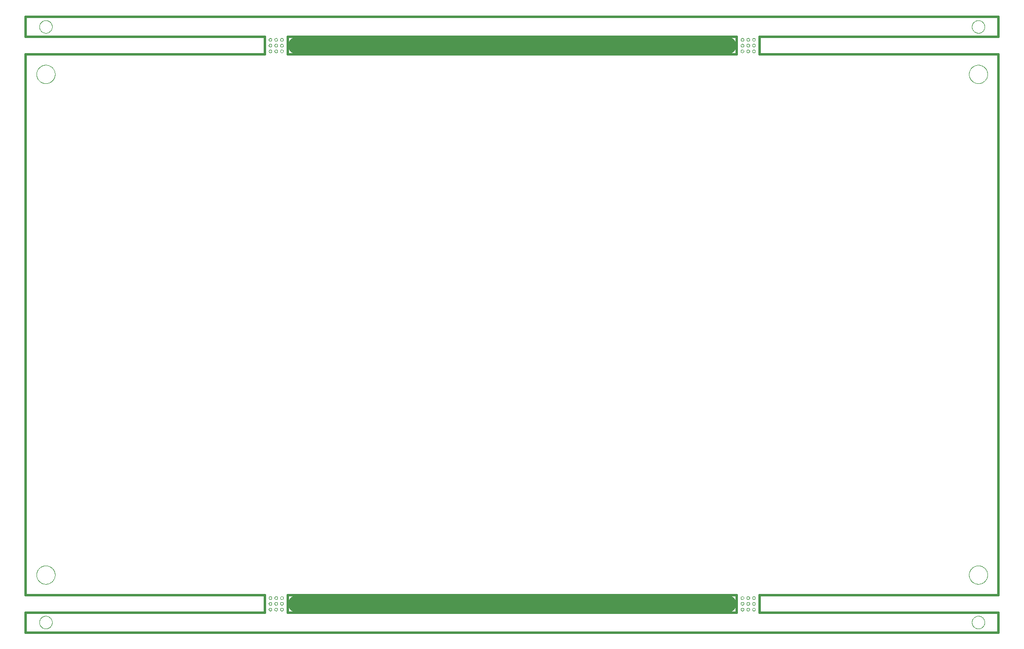
<source format=gko>
G75*
%MOIN*%
%OFA0B0*%
%FSLAX25Y25*%
%IPPOS*%
%LPD*%
%AMOC8*
5,1,8,0,0,1.08239X$1,22.5*
%
%ADD10C,0.00000*%
%ADD11C,0.01600*%
%ADD12C,0.11811*%
D10*
X0012096Y0008690D02*
X0012098Y0008821D01*
X0012104Y0008953D01*
X0012114Y0009084D01*
X0012128Y0009215D01*
X0012146Y0009345D01*
X0012168Y0009474D01*
X0012193Y0009603D01*
X0012223Y0009731D01*
X0012257Y0009858D01*
X0012294Y0009985D01*
X0012335Y0010109D01*
X0012380Y0010233D01*
X0012429Y0010355D01*
X0012481Y0010476D01*
X0012537Y0010594D01*
X0012597Y0010712D01*
X0012660Y0010827D01*
X0012727Y0010940D01*
X0012797Y0011052D01*
X0012870Y0011161D01*
X0012946Y0011267D01*
X0013026Y0011372D01*
X0013109Y0011474D01*
X0013195Y0011573D01*
X0013284Y0011670D01*
X0013376Y0011764D01*
X0013471Y0011855D01*
X0013568Y0011944D01*
X0013668Y0012029D01*
X0013771Y0012111D01*
X0013876Y0012190D01*
X0013983Y0012266D01*
X0014093Y0012338D01*
X0014205Y0012407D01*
X0014319Y0012473D01*
X0014434Y0012535D01*
X0014552Y0012594D01*
X0014671Y0012649D01*
X0014792Y0012701D01*
X0014915Y0012748D01*
X0015039Y0012792D01*
X0015164Y0012833D01*
X0015290Y0012869D01*
X0015418Y0012902D01*
X0015546Y0012930D01*
X0015675Y0012955D01*
X0015805Y0012976D01*
X0015935Y0012993D01*
X0016066Y0013006D01*
X0016197Y0013015D01*
X0016328Y0013020D01*
X0016460Y0013021D01*
X0016591Y0013018D01*
X0016723Y0013011D01*
X0016854Y0013000D01*
X0016984Y0012985D01*
X0017114Y0012966D01*
X0017244Y0012943D01*
X0017372Y0012917D01*
X0017500Y0012886D01*
X0017627Y0012851D01*
X0017753Y0012813D01*
X0017877Y0012771D01*
X0018001Y0012725D01*
X0018122Y0012675D01*
X0018242Y0012622D01*
X0018361Y0012565D01*
X0018478Y0012505D01*
X0018592Y0012441D01*
X0018705Y0012373D01*
X0018816Y0012302D01*
X0018925Y0012228D01*
X0019031Y0012151D01*
X0019135Y0012070D01*
X0019236Y0011987D01*
X0019335Y0011900D01*
X0019431Y0011810D01*
X0019524Y0011717D01*
X0019615Y0011622D01*
X0019702Y0011524D01*
X0019787Y0011423D01*
X0019868Y0011320D01*
X0019946Y0011214D01*
X0020021Y0011106D01*
X0020093Y0010996D01*
X0020161Y0010884D01*
X0020226Y0010770D01*
X0020287Y0010653D01*
X0020345Y0010535D01*
X0020399Y0010415D01*
X0020450Y0010294D01*
X0020497Y0010171D01*
X0020540Y0010047D01*
X0020579Y0009922D01*
X0020615Y0009795D01*
X0020646Y0009667D01*
X0020674Y0009539D01*
X0020698Y0009410D01*
X0020718Y0009280D01*
X0020734Y0009149D01*
X0020746Y0009018D01*
X0020754Y0008887D01*
X0020758Y0008756D01*
X0020758Y0008624D01*
X0020754Y0008493D01*
X0020746Y0008362D01*
X0020734Y0008231D01*
X0020718Y0008100D01*
X0020698Y0007970D01*
X0020674Y0007841D01*
X0020646Y0007713D01*
X0020615Y0007585D01*
X0020579Y0007458D01*
X0020540Y0007333D01*
X0020497Y0007209D01*
X0020450Y0007086D01*
X0020399Y0006965D01*
X0020345Y0006845D01*
X0020287Y0006727D01*
X0020226Y0006610D01*
X0020161Y0006496D01*
X0020093Y0006384D01*
X0020021Y0006274D01*
X0019946Y0006166D01*
X0019868Y0006060D01*
X0019787Y0005957D01*
X0019702Y0005856D01*
X0019615Y0005758D01*
X0019524Y0005663D01*
X0019431Y0005570D01*
X0019335Y0005480D01*
X0019236Y0005393D01*
X0019135Y0005310D01*
X0019031Y0005229D01*
X0018925Y0005152D01*
X0018816Y0005078D01*
X0018705Y0005007D01*
X0018593Y0004939D01*
X0018478Y0004875D01*
X0018361Y0004815D01*
X0018242Y0004758D01*
X0018122Y0004705D01*
X0018001Y0004655D01*
X0017877Y0004609D01*
X0017753Y0004567D01*
X0017627Y0004529D01*
X0017500Y0004494D01*
X0017372Y0004463D01*
X0017244Y0004437D01*
X0017114Y0004414D01*
X0016984Y0004395D01*
X0016854Y0004380D01*
X0016723Y0004369D01*
X0016591Y0004362D01*
X0016460Y0004359D01*
X0016328Y0004360D01*
X0016197Y0004365D01*
X0016066Y0004374D01*
X0015935Y0004387D01*
X0015805Y0004404D01*
X0015675Y0004425D01*
X0015546Y0004450D01*
X0015418Y0004478D01*
X0015290Y0004511D01*
X0015164Y0004547D01*
X0015039Y0004588D01*
X0014915Y0004632D01*
X0014792Y0004679D01*
X0014671Y0004731D01*
X0014552Y0004786D01*
X0014434Y0004845D01*
X0014319Y0004907D01*
X0014205Y0004973D01*
X0014093Y0005042D01*
X0013983Y0005114D01*
X0013876Y0005190D01*
X0013771Y0005269D01*
X0013668Y0005351D01*
X0013568Y0005436D01*
X0013471Y0005525D01*
X0013376Y0005616D01*
X0013284Y0005710D01*
X0013195Y0005807D01*
X0013109Y0005906D01*
X0013026Y0006008D01*
X0012946Y0006113D01*
X0012870Y0006219D01*
X0012797Y0006328D01*
X0012727Y0006440D01*
X0012660Y0006553D01*
X0012597Y0006668D01*
X0012537Y0006786D01*
X0012481Y0006904D01*
X0012429Y0007025D01*
X0012380Y0007147D01*
X0012335Y0007271D01*
X0012294Y0007395D01*
X0012257Y0007522D01*
X0012223Y0007649D01*
X0012193Y0007777D01*
X0012168Y0007906D01*
X0012146Y0008035D01*
X0012128Y0008165D01*
X0012114Y0008296D01*
X0012104Y0008427D01*
X0012098Y0008559D01*
X0012096Y0008690D01*
X0010128Y0041170D02*
X0010130Y0041328D01*
X0010136Y0041486D01*
X0010146Y0041644D01*
X0010160Y0041802D01*
X0010178Y0041959D01*
X0010199Y0042116D01*
X0010225Y0042272D01*
X0010255Y0042428D01*
X0010288Y0042583D01*
X0010326Y0042736D01*
X0010367Y0042889D01*
X0010412Y0043041D01*
X0010461Y0043192D01*
X0010514Y0043341D01*
X0010570Y0043489D01*
X0010630Y0043635D01*
X0010694Y0043780D01*
X0010762Y0043923D01*
X0010833Y0044065D01*
X0010907Y0044205D01*
X0010985Y0044342D01*
X0011067Y0044478D01*
X0011151Y0044612D01*
X0011240Y0044743D01*
X0011331Y0044872D01*
X0011426Y0044999D01*
X0011523Y0045124D01*
X0011624Y0045246D01*
X0011728Y0045365D01*
X0011835Y0045482D01*
X0011945Y0045596D01*
X0012058Y0045707D01*
X0012173Y0045816D01*
X0012291Y0045921D01*
X0012412Y0046023D01*
X0012535Y0046123D01*
X0012661Y0046219D01*
X0012789Y0046312D01*
X0012919Y0046402D01*
X0013052Y0046488D01*
X0013187Y0046572D01*
X0013323Y0046651D01*
X0013462Y0046728D01*
X0013603Y0046800D01*
X0013745Y0046870D01*
X0013889Y0046935D01*
X0014035Y0046997D01*
X0014182Y0047055D01*
X0014331Y0047110D01*
X0014481Y0047161D01*
X0014632Y0047208D01*
X0014784Y0047251D01*
X0014937Y0047290D01*
X0015092Y0047326D01*
X0015247Y0047357D01*
X0015403Y0047385D01*
X0015559Y0047409D01*
X0015716Y0047429D01*
X0015874Y0047445D01*
X0016031Y0047457D01*
X0016190Y0047465D01*
X0016348Y0047469D01*
X0016506Y0047469D01*
X0016664Y0047465D01*
X0016823Y0047457D01*
X0016980Y0047445D01*
X0017138Y0047429D01*
X0017295Y0047409D01*
X0017451Y0047385D01*
X0017607Y0047357D01*
X0017762Y0047326D01*
X0017917Y0047290D01*
X0018070Y0047251D01*
X0018222Y0047208D01*
X0018373Y0047161D01*
X0018523Y0047110D01*
X0018672Y0047055D01*
X0018819Y0046997D01*
X0018965Y0046935D01*
X0019109Y0046870D01*
X0019251Y0046800D01*
X0019392Y0046728D01*
X0019531Y0046651D01*
X0019667Y0046572D01*
X0019802Y0046488D01*
X0019935Y0046402D01*
X0020065Y0046312D01*
X0020193Y0046219D01*
X0020319Y0046123D01*
X0020442Y0046023D01*
X0020563Y0045921D01*
X0020681Y0045816D01*
X0020796Y0045707D01*
X0020909Y0045596D01*
X0021019Y0045482D01*
X0021126Y0045365D01*
X0021230Y0045246D01*
X0021331Y0045124D01*
X0021428Y0044999D01*
X0021523Y0044872D01*
X0021614Y0044743D01*
X0021703Y0044612D01*
X0021787Y0044478D01*
X0021869Y0044342D01*
X0021947Y0044205D01*
X0022021Y0044065D01*
X0022092Y0043923D01*
X0022160Y0043780D01*
X0022224Y0043635D01*
X0022284Y0043489D01*
X0022340Y0043341D01*
X0022393Y0043192D01*
X0022442Y0043041D01*
X0022487Y0042889D01*
X0022528Y0042736D01*
X0022566Y0042583D01*
X0022599Y0042428D01*
X0022629Y0042272D01*
X0022655Y0042116D01*
X0022676Y0041959D01*
X0022694Y0041802D01*
X0022708Y0041644D01*
X0022718Y0041486D01*
X0022724Y0041328D01*
X0022726Y0041170D01*
X0022724Y0041012D01*
X0022718Y0040854D01*
X0022708Y0040696D01*
X0022694Y0040538D01*
X0022676Y0040381D01*
X0022655Y0040224D01*
X0022629Y0040068D01*
X0022599Y0039912D01*
X0022566Y0039757D01*
X0022528Y0039604D01*
X0022487Y0039451D01*
X0022442Y0039299D01*
X0022393Y0039148D01*
X0022340Y0038999D01*
X0022284Y0038851D01*
X0022224Y0038705D01*
X0022160Y0038560D01*
X0022092Y0038417D01*
X0022021Y0038275D01*
X0021947Y0038135D01*
X0021869Y0037998D01*
X0021787Y0037862D01*
X0021703Y0037728D01*
X0021614Y0037597D01*
X0021523Y0037468D01*
X0021428Y0037341D01*
X0021331Y0037216D01*
X0021230Y0037094D01*
X0021126Y0036975D01*
X0021019Y0036858D01*
X0020909Y0036744D01*
X0020796Y0036633D01*
X0020681Y0036524D01*
X0020563Y0036419D01*
X0020442Y0036317D01*
X0020319Y0036217D01*
X0020193Y0036121D01*
X0020065Y0036028D01*
X0019935Y0035938D01*
X0019802Y0035852D01*
X0019667Y0035768D01*
X0019531Y0035689D01*
X0019392Y0035612D01*
X0019251Y0035540D01*
X0019109Y0035470D01*
X0018965Y0035405D01*
X0018819Y0035343D01*
X0018672Y0035285D01*
X0018523Y0035230D01*
X0018373Y0035179D01*
X0018222Y0035132D01*
X0018070Y0035089D01*
X0017917Y0035050D01*
X0017762Y0035014D01*
X0017607Y0034983D01*
X0017451Y0034955D01*
X0017295Y0034931D01*
X0017138Y0034911D01*
X0016980Y0034895D01*
X0016823Y0034883D01*
X0016664Y0034875D01*
X0016506Y0034871D01*
X0016348Y0034871D01*
X0016190Y0034875D01*
X0016031Y0034883D01*
X0015874Y0034895D01*
X0015716Y0034911D01*
X0015559Y0034931D01*
X0015403Y0034955D01*
X0015247Y0034983D01*
X0015092Y0035014D01*
X0014937Y0035050D01*
X0014784Y0035089D01*
X0014632Y0035132D01*
X0014481Y0035179D01*
X0014331Y0035230D01*
X0014182Y0035285D01*
X0014035Y0035343D01*
X0013889Y0035405D01*
X0013745Y0035470D01*
X0013603Y0035540D01*
X0013462Y0035612D01*
X0013323Y0035689D01*
X0013187Y0035768D01*
X0013052Y0035852D01*
X0012919Y0035938D01*
X0012789Y0036028D01*
X0012661Y0036121D01*
X0012535Y0036217D01*
X0012412Y0036317D01*
X0012291Y0036419D01*
X0012173Y0036524D01*
X0012058Y0036633D01*
X0011945Y0036744D01*
X0011835Y0036858D01*
X0011728Y0036975D01*
X0011624Y0037094D01*
X0011523Y0037216D01*
X0011426Y0037341D01*
X0011331Y0037468D01*
X0011240Y0037597D01*
X0011151Y0037728D01*
X0011067Y0037862D01*
X0010985Y0037998D01*
X0010907Y0038135D01*
X0010833Y0038275D01*
X0010762Y0038417D01*
X0010694Y0038560D01*
X0010630Y0038705D01*
X0010570Y0038851D01*
X0010514Y0038999D01*
X0010461Y0039148D01*
X0010412Y0039299D01*
X0010367Y0039451D01*
X0010326Y0039604D01*
X0010288Y0039757D01*
X0010255Y0039912D01*
X0010225Y0040068D01*
X0010199Y0040224D01*
X0010178Y0040381D01*
X0010160Y0040538D01*
X0010146Y0040696D01*
X0010136Y0040854D01*
X0010130Y0041012D01*
X0010128Y0041170D01*
X0168986Y0025422D02*
X0168988Y0025484D01*
X0168994Y0025547D01*
X0169004Y0025608D01*
X0169018Y0025669D01*
X0169035Y0025729D01*
X0169056Y0025788D01*
X0169082Y0025845D01*
X0169110Y0025900D01*
X0169142Y0025954D01*
X0169178Y0026005D01*
X0169216Y0026055D01*
X0169258Y0026101D01*
X0169302Y0026145D01*
X0169350Y0026186D01*
X0169399Y0026224D01*
X0169451Y0026258D01*
X0169505Y0026289D01*
X0169561Y0026317D01*
X0169619Y0026341D01*
X0169678Y0026362D01*
X0169738Y0026378D01*
X0169799Y0026391D01*
X0169861Y0026400D01*
X0169923Y0026405D01*
X0169986Y0026406D01*
X0170048Y0026403D01*
X0170110Y0026396D01*
X0170172Y0026385D01*
X0170232Y0026370D01*
X0170292Y0026352D01*
X0170350Y0026330D01*
X0170407Y0026304D01*
X0170462Y0026274D01*
X0170515Y0026241D01*
X0170566Y0026205D01*
X0170614Y0026166D01*
X0170660Y0026123D01*
X0170703Y0026078D01*
X0170743Y0026030D01*
X0170780Y0025980D01*
X0170814Y0025927D01*
X0170845Y0025873D01*
X0170871Y0025817D01*
X0170895Y0025759D01*
X0170914Y0025699D01*
X0170930Y0025639D01*
X0170942Y0025577D01*
X0170950Y0025516D01*
X0170954Y0025453D01*
X0170954Y0025391D01*
X0170950Y0025328D01*
X0170942Y0025267D01*
X0170930Y0025205D01*
X0170914Y0025145D01*
X0170895Y0025085D01*
X0170871Y0025027D01*
X0170845Y0024971D01*
X0170814Y0024917D01*
X0170780Y0024864D01*
X0170743Y0024814D01*
X0170703Y0024766D01*
X0170660Y0024721D01*
X0170614Y0024678D01*
X0170566Y0024639D01*
X0170515Y0024603D01*
X0170462Y0024570D01*
X0170407Y0024540D01*
X0170350Y0024514D01*
X0170292Y0024492D01*
X0170232Y0024474D01*
X0170172Y0024459D01*
X0170110Y0024448D01*
X0170048Y0024441D01*
X0169986Y0024438D01*
X0169923Y0024439D01*
X0169861Y0024444D01*
X0169799Y0024453D01*
X0169738Y0024466D01*
X0169678Y0024482D01*
X0169619Y0024503D01*
X0169561Y0024527D01*
X0169505Y0024555D01*
X0169451Y0024586D01*
X0169399Y0024620D01*
X0169350Y0024658D01*
X0169302Y0024699D01*
X0169258Y0024743D01*
X0169216Y0024789D01*
X0169178Y0024839D01*
X0169142Y0024890D01*
X0169110Y0024944D01*
X0169082Y0024999D01*
X0169056Y0025056D01*
X0169035Y0025115D01*
X0169018Y0025175D01*
X0169004Y0025236D01*
X0168994Y0025297D01*
X0168988Y0025360D01*
X0168986Y0025422D01*
X0168986Y0021485D02*
X0168988Y0021547D01*
X0168994Y0021610D01*
X0169004Y0021671D01*
X0169018Y0021732D01*
X0169035Y0021792D01*
X0169056Y0021851D01*
X0169082Y0021908D01*
X0169110Y0021963D01*
X0169142Y0022017D01*
X0169178Y0022068D01*
X0169216Y0022118D01*
X0169258Y0022164D01*
X0169302Y0022208D01*
X0169350Y0022249D01*
X0169399Y0022287D01*
X0169451Y0022321D01*
X0169505Y0022352D01*
X0169561Y0022380D01*
X0169619Y0022404D01*
X0169678Y0022425D01*
X0169738Y0022441D01*
X0169799Y0022454D01*
X0169861Y0022463D01*
X0169923Y0022468D01*
X0169986Y0022469D01*
X0170048Y0022466D01*
X0170110Y0022459D01*
X0170172Y0022448D01*
X0170232Y0022433D01*
X0170292Y0022415D01*
X0170350Y0022393D01*
X0170407Y0022367D01*
X0170462Y0022337D01*
X0170515Y0022304D01*
X0170566Y0022268D01*
X0170614Y0022229D01*
X0170660Y0022186D01*
X0170703Y0022141D01*
X0170743Y0022093D01*
X0170780Y0022043D01*
X0170814Y0021990D01*
X0170845Y0021936D01*
X0170871Y0021880D01*
X0170895Y0021822D01*
X0170914Y0021762D01*
X0170930Y0021702D01*
X0170942Y0021640D01*
X0170950Y0021579D01*
X0170954Y0021516D01*
X0170954Y0021454D01*
X0170950Y0021391D01*
X0170942Y0021330D01*
X0170930Y0021268D01*
X0170914Y0021208D01*
X0170895Y0021148D01*
X0170871Y0021090D01*
X0170845Y0021034D01*
X0170814Y0020980D01*
X0170780Y0020927D01*
X0170743Y0020877D01*
X0170703Y0020829D01*
X0170660Y0020784D01*
X0170614Y0020741D01*
X0170566Y0020702D01*
X0170515Y0020666D01*
X0170462Y0020633D01*
X0170407Y0020603D01*
X0170350Y0020577D01*
X0170292Y0020555D01*
X0170232Y0020537D01*
X0170172Y0020522D01*
X0170110Y0020511D01*
X0170048Y0020504D01*
X0169986Y0020501D01*
X0169923Y0020502D01*
X0169861Y0020507D01*
X0169799Y0020516D01*
X0169738Y0020529D01*
X0169678Y0020545D01*
X0169619Y0020566D01*
X0169561Y0020590D01*
X0169505Y0020618D01*
X0169451Y0020649D01*
X0169399Y0020683D01*
X0169350Y0020721D01*
X0169302Y0020762D01*
X0169258Y0020806D01*
X0169216Y0020852D01*
X0169178Y0020902D01*
X0169142Y0020953D01*
X0169110Y0021007D01*
X0169082Y0021062D01*
X0169056Y0021119D01*
X0169035Y0021178D01*
X0169018Y0021238D01*
X0169004Y0021299D01*
X0168994Y0021360D01*
X0168988Y0021423D01*
X0168986Y0021485D01*
X0168986Y0017548D02*
X0168988Y0017610D01*
X0168994Y0017673D01*
X0169004Y0017734D01*
X0169018Y0017795D01*
X0169035Y0017855D01*
X0169056Y0017914D01*
X0169082Y0017971D01*
X0169110Y0018026D01*
X0169142Y0018080D01*
X0169178Y0018131D01*
X0169216Y0018181D01*
X0169258Y0018227D01*
X0169302Y0018271D01*
X0169350Y0018312D01*
X0169399Y0018350D01*
X0169451Y0018384D01*
X0169505Y0018415D01*
X0169561Y0018443D01*
X0169619Y0018467D01*
X0169678Y0018488D01*
X0169738Y0018504D01*
X0169799Y0018517D01*
X0169861Y0018526D01*
X0169923Y0018531D01*
X0169986Y0018532D01*
X0170048Y0018529D01*
X0170110Y0018522D01*
X0170172Y0018511D01*
X0170232Y0018496D01*
X0170292Y0018478D01*
X0170350Y0018456D01*
X0170407Y0018430D01*
X0170462Y0018400D01*
X0170515Y0018367D01*
X0170566Y0018331D01*
X0170614Y0018292D01*
X0170660Y0018249D01*
X0170703Y0018204D01*
X0170743Y0018156D01*
X0170780Y0018106D01*
X0170814Y0018053D01*
X0170845Y0017999D01*
X0170871Y0017943D01*
X0170895Y0017885D01*
X0170914Y0017825D01*
X0170930Y0017765D01*
X0170942Y0017703D01*
X0170950Y0017642D01*
X0170954Y0017579D01*
X0170954Y0017517D01*
X0170950Y0017454D01*
X0170942Y0017393D01*
X0170930Y0017331D01*
X0170914Y0017271D01*
X0170895Y0017211D01*
X0170871Y0017153D01*
X0170845Y0017097D01*
X0170814Y0017043D01*
X0170780Y0016990D01*
X0170743Y0016940D01*
X0170703Y0016892D01*
X0170660Y0016847D01*
X0170614Y0016804D01*
X0170566Y0016765D01*
X0170515Y0016729D01*
X0170462Y0016696D01*
X0170407Y0016666D01*
X0170350Y0016640D01*
X0170292Y0016618D01*
X0170232Y0016600D01*
X0170172Y0016585D01*
X0170110Y0016574D01*
X0170048Y0016567D01*
X0169986Y0016564D01*
X0169923Y0016565D01*
X0169861Y0016570D01*
X0169799Y0016579D01*
X0169738Y0016592D01*
X0169678Y0016608D01*
X0169619Y0016629D01*
X0169561Y0016653D01*
X0169505Y0016681D01*
X0169451Y0016712D01*
X0169399Y0016746D01*
X0169350Y0016784D01*
X0169302Y0016825D01*
X0169258Y0016869D01*
X0169216Y0016915D01*
X0169178Y0016965D01*
X0169142Y0017016D01*
X0169110Y0017070D01*
X0169082Y0017125D01*
X0169056Y0017182D01*
X0169035Y0017241D01*
X0169018Y0017301D01*
X0169004Y0017362D01*
X0168994Y0017423D01*
X0168988Y0017486D01*
X0168986Y0017548D01*
X0172923Y0017548D02*
X0172925Y0017610D01*
X0172931Y0017673D01*
X0172941Y0017734D01*
X0172955Y0017795D01*
X0172972Y0017855D01*
X0172993Y0017914D01*
X0173019Y0017971D01*
X0173047Y0018026D01*
X0173079Y0018080D01*
X0173115Y0018131D01*
X0173153Y0018181D01*
X0173195Y0018227D01*
X0173239Y0018271D01*
X0173287Y0018312D01*
X0173336Y0018350D01*
X0173388Y0018384D01*
X0173442Y0018415D01*
X0173498Y0018443D01*
X0173556Y0018467D01*
X0173615Y0018488D01*
X0173675Y0018504D01*
X0173736Y0018517D01*
X0173798Y0018526D01*
X0173860Y0018531D01*
X0173923Y0018532D01*
X0173985Y0018529D01*
X0174047Y0018522D01*
X0174109Y0018511D01*
X0174169Y0018496D01*
X0174229Y0018478D01*
X0174287Y0018456D01*
X0174344Y0018430D01*
X0174399Y0018400D01*
X0174452Y0018367D01*
X0174503Y0018331D01*
X0174551Y0018292D01*
X0174597Y0018249D01*
X0174640Y0018204D01*
X0174680Y0018156D01*
X0174717Y0018106D01*
X0174751Y0018053D01*
X0174782Y0017999D01*
X0174808Y0017943D01*
X0174832Y0017885D01*
X0174851Y0017825D01*
X0174867Y0017765D01*
X0174879Y0017703D01*
X0174887Y0017642D01*
X0174891Y0017579D01*
X0174891Y0017517D01*
X0174887Y0017454D01*
X0174879Y0017393D01*
X0174867Y0017331D01*
X0174851Y0017271D01*
X0174832Y0017211D01*
X0174808Y0017153D01*
X0174782Y0017097D01*
X0174751Y0017043D01*
X0174717Y0016990D01*
X0174680Y0016940D01*
X0174640Y0016892D01*
X0174597Y0016847D01*
X0174551Y0016804D01*
X0174503Y0016765D01*
X0174452Y0016729D01*
X0174399Y0016696D01*
X0174344Y0016666D01*
X0174287Y0016640D01*
X0174229Y0016618D01*
X0174169Y0016600D01*
X0174109Y0016585D01*
X0174047Y0016574D01*
X0173985Y0016567D01*
X0173923Y0016564D01*
X0173860Y0016565D01*
X0173798Y0016570D01*
X0173736Y0016579D01*
X0173675Y0016592D01*
X0173615Y0016608D01*
X0173556Y0016629D01*
X0173498Y0016653D01*
X0173442Y0016681D01*
X0173388Y0016712D01*
X0173336Y0016746D01*
X0173287Y0016784D01*
X0173239Y0016825D01*
X0173195Y0016869D01*
X0173153Y0016915D01*
X0173115Y0016965D01*
X0173079Y0017016D01*
X0173047Y0017070D01*
X0173019Y0017125D01*
X0172993Y0017182D01*
X0172972Y0017241D01*
X0172955Y0017301D01*
X0172941Y0017362D01*
X0172931Y0017423D01*
X0172925Y0017486D01*
X0172923Y0017548D01*
X0172923Y0021485D02*
X0172925Y0021547D01*
X0172931Y0021610D01*
X0172941Y0021671D01*
X0172955Y0021732D01*
X0172972Y0021792D01*
X0172993Y0021851D01*
X0173019Y0021908D01*
X0173047Y0021963D01*
X0173079Y0022017D01*
X0173115Y0022068D01*
X0173153Y0022118D01*
X0173195Y0022164D01*
X0173239Y0022208D01*
X0173287Y0022249D01*
X0173336Y0022287D01*
X0173388Y0022321D01*
X0173442Y0022352D01*
X0173498Y0022380D01*
X0173556Y0022404D01*
X0173615Y0022425D01*
X0173675Y0022441D01*
X0173736Y0022454D01*
X0173798Y0022463D01*
X0173860Y0022468D01*
X0173923Y0022469D01*
X0173985Y0022466D01*
X0174047Y0022459D01*
X0174109Y0022448D01*
X0174169Y0022433D01*
X0174229Y0022415D01*
X0174287Y0022393D01*
X0174344Y0022367D01*
X0174399Y0022337D01*
X0174452Y0022304D01*
X0174503Y0022268D01*
X0174551Y0022229D01*
X0174597Y0022186D01*
X0174640Y0022141D01*
X0174680Y0022093D01*
X0174717Y0022043D01*
X0174751Y0021990D01*
X0174782Y0021936D01*
X0174808Y0021880D01*
X0174832Y0021822D01*
X0174851Y0021762D01*
X0174867Y0021702D01*
X0174879Y0021640D01*
X0174887Y0021579D01*
X0174891Y0021516D01*
X0174891Y0021454D01*
X0174887Y0021391D01*
X0174879Y0021330D01*
X0174867Y0021268D01*
X0174851Y0021208D01*
X0174832Y0021148D01*
X0174808Y0021090D01*
X0174782Y0021034D01*
X0174751Y0020980D01*
X0174717Y0020927D01*
X0174680Y0020877D01*
X0174640Y0020829D01*
X0174597Y0020784D01*
X0174551Y0020741D01*
X0174503Y0020702D01*
X0174452Y0020666D01*
X0174399Y0020633D01*
X0174344Y0020603D01*
X0174287Y0020577D01*
X0174229Y0020555D01*
X0174169Y0020537D01*
X0174109Y0020522D01*
X0174047Y0020511D01*
X0173985Y0020504D01*
X0173923Y0020501D01*
X0173860Y0020502D01*
X0173798Y0020507D01*
X0173736Y0020516D01*
X0173675Y0020529D01*
X0173615Y0020545D01*
X0173556Y0020566D01*
X0173498Y0020590D01*
X0173442Y0020618D01*
X0173388Y0020649D01*
X0173336Y0020683D01*
X0173287Y0020721D01*
X0173239Y0020762D01*
X0173195Y0020806D01*
X0173153Y0020852D01*
X0173115Y0020902D01*
X0173079Y0020953D01*
X0173047Y0021007D01*
X0173019Y0021062D01*
X0172993Y0021119D01*
X0172972Y0021178D01*
X0172955Y0021238D01*
X0172941Y0021299D01*
X0172931Y0021360D01*
X0172925Y0021423D01*
X0172923Y0021485D01*
X0172923Y0025422D02*
X0172925Y0025484D01*
X0172931Y0025547D01*
X0172941Y0025608D01*
X0172955Y0025669D01*
X0172972Y0025729D01*
X0172993Y0025788D01*
X0173019Y0025845D01*
X0173047Y0025900D01*
X0173079Y0025954D01*
X0173115Y0026005D01*
X0173153Y0026055D01*
X0173195Y0026101D01*
X0173239Y0026145D01*
X0173287Y0026186D01*
X0173336Y0026224D01*
X0173388Y0026258D01*
X0173442Y0026289D01*
X0173498Y0026317D01*
X0173556Y0026341D01*
X0173615Y0026362D01*
X0173675Y0026378D01*
X0173736Y0026391D01*
X0173798Y0026400D01*
X0173860Y0026405D01*
X0173923Y0026406D01*
X0173985Y0026403D01*
X0174047Y0026396D01*
X0174109Y0026385D01*
X0174169Y0026370D01*
X0174229Y0026352D01*
X0174287Y0026330D01*
X0174344Y0026304D01*
X0174399Y0026274D01*
X0174452Y0026241D01*
X0174503Y0026205D01*
X0174551Y0026166D01*
X0174597Y0026123D01*
X0174640Y0026078D01*
X0174680Y0026030D01*
X0174717Y0025980D01*
X0174751Y0025927D01*
X0174782Y0025873D01*
X0174808Y0025817D01*
X0174832Y0025759D01*
X0174851Y0025699D01*
X0174867Y0025639D01*
X0174879Y0025577D01*
X0174887Y0025516D01*
X0174891Y0025453D01*
X0174891Y0025391D01*
X0174887Y0025328D01*
X0174879Y0025267D01*
X0174867Y0025205D01*
X0174851Y0025145D01*
X0174832Y0025085D01*
X0174808Y0025027D01*
X0174782Y0024971D01*
X0174751Y0024917D01*
X0174717Y0024864D01*
X0174680Y0024814D01*
X0174640Y0024766D01*
X0174597Y0024721D01*
X0174551Y0024678D01*
X0174503Y0024639D01*
X0174452Y0024603D01*
X0174399Y0024570D01*
X0174344Y0024540D01*
X0174287Y0024514D01*
X0174229Y0024492D01*
X0174169Y0024474D01*
X0174109Y0024459D01*
X0174047Y0024448D01*
X0173985Y0024441D01*
X0173923Y0024438D01*
X0173860Y0024439D01*
X0173798Y0024444D01*
X0173736Y0024453D01*
X0173675Y0024466D01*
X0173615Y0024482D01*
X0173556Y0024503D01*
X0173498Y0024527D01*
X0173442Y0024555D01*
X0173388Y0024586D01*
X0173336Y0024620D01*
X0173287Y0024658D01*
X0173239Y0024699D01*
X0173195Y0024743D01*
X0173153Y0024789D01*
X0173115Y0024839D01*
X0173079Y0024890D01*
X0173047Y0024944D01*
X0173019Y0024999D01*
X0172993Y0025056D01*
X0172972Y0025115D01*
X0172955Y0025175D01*
X0172941Y0025236D01*
X0172931Y0025297D01*
X0172925Y0025360D01*
X0172923Y0025422D01*
X0176860Y0025422D02*
X0176862Y0025484D01*
X0176868Y0025547D01*
X0176878Y0025608D01*
X0176892Y0025669D01*
X0176909Y0025729D01*
X0176930Y0025788D01*
X0176956Y0025845D01*
X0176984Y0025900D01*
X0177016Y0025954D01*
X0177052Y0026005D01*
X0177090Y0026055D01*
X0177132Y0026101D01*
X0177176Y0026145D01*
X0177224Y0026186D01*
X0177273Y0026224D01*
X0177325Y0026258D01*
X0177379Y0026289D01*
X0177435Y0026317D01*
X0177493Y0026341D01*
X0177552Y0026362D01*
X0177612Y0026378D01*
X0177673Y0026391D01*
X0177735Y0026400D01*
X0177797Y0026405D01*
X0177860Y0026406D01*
X0177922Y0026403D01*
X0177984Y0026396D01*
X0178046Y0026385D01*
X0178106Y0026370D01*
X0178166Y0026352D01*
X0178224Y0026330D01*
X0178281Y0026304D01*
X0178336Y0026274D01*
X0178389Y0026241D01*
X0178440Y0026205D01*
X0178488Y0026166D01*
X0178534Y0026123D01*
X0178577Y0026078D01*
X0178617Y0026030D01*
X0178654Y0025980D01*
X0178688Y0025927D01*
X0178719Y0025873D01*
X0178745Y0025817D01*
X0178769Y0025759D01*
X0178788Y0025699D01*
X0178804Y0025639D01*
X0178816Y0025577D01*
X0178824Y0025516D01*
X0178828Y0025453D01*
X0178828Y0025391D01*
X0178824Y0025328D01*
X0178816Y0025267D01*
X0178804Y0025205D01*
X0178788Y0025145D01*
X0178769Y0025085D01*
X0178745Y0025027D01*
X0178719Y0024971D01*
X0178688Y0024917D01*
X0178654Y0024864D01*
X0178617Y0024814D01*
X0178577Y0024766D01*
X0178534Y0024721D01*
X0178488Y0024678D01*
X0178440Y0024639D01*
X0178389Y0024603D01*
X0178336Y0024570D01*
X0178281Y0024540D01*
X0178224Y0024514D01*
X0178166Y0024492D01*
X0178106Y0024474D01*
X0178046Y0024459D01*
X0177984Y0024448D01*
X0177922Y0024441D01*
X0177860Y0024438D01*
X0177797Y0024439D01*
X0177735Y0024444D01*
X0177673Y0024453D01*
X0177612Y0024466D01*
X0177552Y0024482D01*
X0177493Y0024503D01*
X0177435Y0024527D01*
X0177379Y0024555D01*
X0177325Y0024586D01*
X0177273Y0024620D01*
X0177224Y0024658D01*
X0177176Y0024699D01*
X0177132Y0024743D01*
X0177090Y0024789D01*
X0177052Y0024839D01*
X0177016Y0024890D01*
X0176984Y0024944D01*
X0176956Y0024999D01*
X0176930Y0025056D01*
X0176909Y0025115D01*
X0176892Y0025175D01*
X0176878Y0025236D01*
X0176868Y0025297D01*
X0176862Y0025360D01*
X0176860Y0025422D01*
X0176860Y0021485D02*
X0176862Y0021547D01*
X0176868Y0021610D01*
X0176878Y0021671D01*
X0176892Y0021732D01*
X0176909Y0021792D01*
X0176930Y0021851D01*
X0176956Y0021908D01*
X0176984Y0021963D01*
X0177016Y0022017D01*
X0177052Y0022068D01*
X0177090Y0022118D01*
X0177132Y0022164D01*
X0177176Y0022208D01*
X0177224Y0022249D01*
X0177273Y0022287D01*
X0177325Y0022321D01*
X0177379Y0022352D01*
X0177435Y0022380D01*
X0177493Y0022404D01*
X0177552Y0022425D01*
X0177612Y0022441D01*
X0177673Y0022454D01*
X0177735Y0022463D01*
X0177797Y0022468D01*
X0177860Y0022469D01*
X0177922Y0022466D01*
X0177984Y0022459D01*
X0178046Y0022448D01*
X0178106Y0022433D01*
X0178166Y0022415D01*
X0178224Y0022393D01*
X0178281Y0022367D01*
X0178336Y0022337D01*
X0178389Y0022304D01*
X0178440Y0022268D01*
X0178488Y0022229D01*
X0178534Y0022186D01*
X0178577Y0022141D01*
X0178617Y0022093D01*
X0178654Y0022043D01*
X0178688Y0021990D01*
X0178719Y0021936D01*
X0178745Y0021880D01*
X0178769Y0021822D01*
X0178788Y0021762D01*
X0178804Y0021702D01*
X0178816Y0021640D01*
X0178824Y0021579D01*
X0178828Y0021516D01*
X0178828Y0021454D01*
X0178824Y0021391D01*
X0178816Y0021330D01*
X0178804Y0021268D01*
X0178788Y0021208D01*
X0178769Y0021148D01*
X0178745Y0021090D01*
X0178719Y0021034D01*
X0178688Y0020980D01*
X0178654Y0020927D01*
X0178617Y0020877D01*
X0178577Y0020829D01*
X0178534Y0020784D01*
X0178488Y0020741D01*
X0178440Y0020702D01*
X0178389Y0020666D01*
X0178336Y0020633D01*
X0178281Y0020603D01*
X0178224Y0020577D01*
X0178166Y0020555D01*
X0178106Y0020537D01*
X0178046Y0020522D01*
X0177984Y0020511D01*
X0177922Y0020504D01*
X0177860Y0020501D01*
X0177797Y0020502D01*
X0177735Y0020507D01*
X0177673Y0020516D01*
X0177612Y0020529D01*
X0177552Y0020545D01*
X0177493Y0020566D01*
X0177435Y0020590D01*
X0177379Y0020618D01*
X0177325Y0020649D01*
X0177273Y0020683D01*
X0177224Y0020721D01*
X0177176Y0020762D01*
X0177132Y0020806D01*
X0177090Y0020852D01*
X0177052Y0020902D01*
X0177016Y0020953D01*
X0176984Y0021007D01*
X0176956Y0021062D01*
X0176930Y0021119D01*
X0176909Y0021178D01*
X0176892Y0021238D01*
X0176878Y0021299D01*
X0176868Y0021360D01*
X0176862Y0021423D01*
X0176860Y0021485D01*
X0176860Y0017548D02*
X0176862Y0017610D01*
X0176868Y0017673D01*
X0176878Y0017734D01*
X0176892Y0017795D01*
X0176909Y0017855D01*
X0176930Y0017914D01*
X0176956Y0017971D01*
X0176984Y0018026D01*
X0177016Y0018080D01*
X0177052Y0018131D01*
X0177090Y0018181D01*
X0177132Y0018227D01*
X0177176Y0018271D01*
X0177224Y0018312D01*
X0177273Y0018350D01*
X0177325Y0018384D01*
X0177379Y0018415D01*
X0177435Y0018443D01*
X0177493Y0018467D01*
X0177552Y0018488D01*
X0177612Y0018504D01*
X0177673Y0018517D01*
X0177735Y0018526D01*
X0177797Y0018531D01*
X0177860Y0018532D01*
X0177922Y0018529D01*
X0177984Y0018522D01*
X0178046Y0018511D01*
X0178106Y0018496D01*
X0178166Y0018478D01*
X0178224Y0018456D01*
X0178281Y0018430D01*
X0178336Y0018400D01*
X0178389Y0018367D01*
X0178440Y0018331D01*
X0178488Y0018292D01*
X0178534Y0018249D01*
X0178577Y0018204D01*
X0178617Y0018156D01*
X0178654Y0018106D01*
X0178688Y0018053D01*
X0178719Y0017999D01*
X0178745Y0017943D01*
X0178769Y0017885D01*
X0178788Y0017825D01*
X0178804Y0017765D01*
X0178816Y0017703D01*
X0178824Y0017642D01*
X0178828Y0017579D01*
X0178828Y0017517D01*
X0178824Y0017454D01*
X0178816Y0017393D01*
X0178804Y0017331D01*
X0178788Y0017271D01*
X0178769Y0017211D01*
X0178745Y0017153D01*
X0178719Y0017097D01*
X0178688Y0017043D01*
X0178654Y0016990D01*
X0178617Y0016940D01*
X0178577Y0016892D01*
X0178534Y0016847D01*
X0178488Y0016804D01*
X0178440Y0016765D01*
X0178389Y0016729D01*
X0178336Y0016696D01*
X0178281Y0016666D01*
X0178224Y0016640D01*
X0178166Y0016618D01*
X0178106Y0016600D01*
X0178046Y0016585D01*
X0177984Y0016574D01*
X0177922Y0016567D01*
X0177860Y0016564D01*
X0177797Y0016565D01*
X0177735Y0016570D01*
X0177673Y0016579D01*
X0177612Y0016592D01*
X0177552Y0016608D01*
X0177493Y0016629D01*
X0177435Y0016653D01*
X0177379Y0016681D01*
X0177325Y0016712D01*
X0177273Y0016746D01*
X0177224Y0016784D01*
X0177176Y0016825D01*
X0177132Y0016869D01*
X0177090Y0016915D01*
X0177052Y0016965D01*
X0177016Y0017016D01*
X0176984Y0017070D01*
X0176956Y0017125D01*
X0176930Y0017182D01*
X0176909Y0017241D01*
X0176892Y0017301D01*
X0176878Y0017362D01*
X0176868Y0017423D01*
X0176862Y0017486D01*
X0176860Y0017548D01*
X0491821Y0017548D02*
X0491823Y0017610D01*
X0491829Y0017673D01*
X0491839Y0017734D01*
X0491853Y0017795D01*
X0491870Y0017855D01*
X0491891Y0017914D01*
X0491917Y0017971D01*
X0491945Y0018026D01*
X0491977Y0018080D01*
X0492013Y0018131D01*
X0492051Y0018181D01*
X0492093Y0018227D01*
X0492137Y0018271D01*
X0492185Y0018312D01*
X0492234Y0018350D01*
X0492286Y0018384D01*
X0492340Y0018415D01*
X0492396Y0018443D01*
X0492454Y0018467D01*
X0492513Y0018488D01*
X0492573Y0018504D01*
X0492634Y0018517D01*
X0492696Y0018526D01*
X0492758Y0018531D01*
X0492821Y0018532D01*
X0492883Y0018529D01*
X0492945Y0018522D01*
X0493007Y0018511D01*
X0493067Y0018496D01*
X0493127Y0018478D01*
X0493185Y0018456D01*
X0493242Y0018430D01*
X0493297Y0018400D01*
X0493350Y0018367D01*
X0493401Y0018331D01*
X0493449Y0018292D01*
X0493495Y0018249D01*
X0493538Y0018204D01*
X0493578Y0018156D01*
X0493615Y0018106D01*
X0493649Y0018053D01*
X0493680Y0017999D01*
X0493706Y0017943D01*
X0493730Y0017885D01*
X0493749Y0017825D01*
X0493765Y0017765D01*
X0493777Y0017703D01*
X0493785Y0017642D01*
X0493789Y0017579D01*
X0493789Y0017517D01*
X0493785Y0017454D01*
X0493777Y0017393D01*
X0493765Y0017331D01*
X0493749Y0017271D01*
X0493730Y0017211D01*
X0493706Y0017153D01*
X0493680Y0017097D01*
X0493649Y0017043D01*
X0493615Y0016990D01*
X0493578Y0016940D01*
X0493538Y0016892D01*
X0493495Y0016847D01*
X0493449Y0016804D01*
X0493401Y0016765D01*
X0493350Y0016729D01*
X0493297Y0016696D01*
X0493242Y0016666D01*
X0493185Y0016640D01*
X0493127Y0016618D01*
X0493067Y0016600D01*
X0493007Y0016585D01*
X0492945Y0016574D01*
X0492883Y0016567D01*
X0492821Y0016564D01*
X0492758Y0016565D01*
X0492696Y0016570D01*
X0492634Y0016579D01*
X0492573Y0016592D01*
X0492513Y0016608D01*
X0492454Y0016629D01*
X0492396Y0016653D01*
X0492340Y0016681D01*
X0492286Y0016712D01*
X0492234Y0016746D01*
X0492185Y0016784D01*
X0492137Y0016825D01*
X0492093Y0016869D01*
X0492051Y0016915D01*
X0492013Y0016965D01*
X0491977Y0017016D01*
X0491945Y0017070D01*
X0491917Y0017125D01*
X0491891Y0017182D01*
X0491870Y0017241D01*
X0491853Y0017301D01*
X0491839Y0017362D01*
X0491829Y0017423D01*
X0491823Y0017486D01*
X0491821Y0017548D01*
X0491821Y0021485D02*
X0491823Y0021547D01*
X0491829Y0021610D01*
X0491839Y0021671D01*
X0491853Y0021732D01*
X0491870Y0021792D01*
X0491891Y0021851D01*
X0491917Y0021908D01*
X0491945Y0021963D01*
X0491977Y0022017D01*
X0492013Y0022068D01*
X0492051Y0022118D01*
X0492093Y0022164D01*
X0492137Y0022208D01*
X0492185Y0022249D01*
X0492234Y0022287D01*
X0492286Y0022321D01*
X0492340Y0022352D01*
X0492396Y0022380D01*
X0492454Y0022404D01*
X0492513Y0022425D01*
X0492573Y0022441D01*
X0492634Y0022454D01*
X0492696Y0022463D01*
X0492758Y0022468D01*
X0492821Y0022469D01*
X0492883Y0022466D01*
X0492945Y0022459D01*
X0493007Y0022448D01*
X0493067Y0022433D01*
X0493127Y0022415D01*
X0493185Y0022393D01*
X0493242Y0022367D01*
X0493297Y0022337D01*
X0493350Y0022304D01*
X0493401Y0022268D01*
X0493449Y0022229D01*
X0493495Y0022186D01*
X0493538Y0022141D01*
X0493578Y0022093D01*
X0493615Y0022043D01*
X0493649Y0021990D01*
X0493680Y0021936D01*
X0493706Y0021880D01*
X0493730Y0021822D01*
X0493749Y0021762D01*
X0493765Y0021702D01*
X0493777Y0021640D01*
X0493785Y0021579D01*
X0493789Y0021516D01*
X0493789Y0021454D01*
X0493785Y0021391D01*
X0493777Y0021330D01*
X0493765Y0021268D01*
X0493749Y0021208D01*
X0493730Y0021148D01*
X0493706Y0021090D01*
X0493680Y0021034D01*
X0493649Y0020980D01*
X0493615Y0020927D01*
X0493578Y0020877D01*
X0493538Y0020829D01*
X0493495Y0020784D01*
X0493449Y0020741D01*
X0493401Y0020702D01*
X0493350Y0020666D01*
X0493297Y0020633D01*
X0493242Y0020603D01*
X0493185Y0020577D01*
X0493127Y0020555D01*
X0493067Y0020537D01*
X0493007Y0020522D01*
X0492945Y0020511D01*
X0492883Y0020504D01*
X0492821Y0020501D01*
X0492758Y0020502D01*
X0492696Y0020507D01*
X0492634Y0020516D01*
X0492573Y0020529D01*
X0492513Y0020545D01*
X0492454Y0020566D01*
X0492396Y0020590D01*
X0492340Y0020618D01*
X0492286Y0020649D01*
X0492234Y0020683D01*
X0492185Y0020721D01*
X0492137Y0020762D01*
X0492093Y0020806D01*
X0492051Y0020852D01*
X0492013Y0020902D01*
X0491977Y0020953D01*
X0491945Y0021007D01*
X0491917Y0021062D01*
X0491891Y0021119D01*
X0491870Y0021178D01*
X0491853Y0021238D01*
X0491839Y0021299D01*
X0491829Y0021360D01*
X0491823Y0021423D01*
X0491821Y0021485D01*
X0491821Y0025422D02*
X0491823Y0025484D01*
X0491829Y0025547D01*
X0491839Y0025608D01*
X0491853Y0025669D01*
X0491870Y0025729D01*
X0491891Y0025788D01*
X0491917Y0025845D01*
X0491945Y0025900D01*
X0491977Y0025954D01*
X0492013Y0026005D01*
X0492051Y0026055D01*
X0492093Y0026101D01*
X0492137Y0026145D01*
X0492185Y0026186D01*
X0492234Y0026224D01*
X0492286Y0026258D01*
X0492340Y0026289D01*
X0492396Y0026317D01*
X0492454Y0026341D01*
X0492513Y0026362D01*
X0492573Y0026378D01*
X0492634Y0026391D01*
X0492696Y0026400D01*
X0492758Y0026405D01*
X0492821Y0026406D01*
X0492883Y0026403D01*
X0492945Y0026396D01*
X0493007Y0026385D01*
X0493067Y0026370D01*
X0493127Y0026352D01*
X0493185Y0026330D01*
X0493242Y0026304D01*
X0493297Y0026274D01*
X0493350Y0026241D01*
X0493401Y0026205D01*
X0493449Y0026166D01*
X0493495Y0026123D01*
X0493538Y0026078D01*
X0493578Y0026030D01*
X0493615Y0025980D01*
X0493649Y0025927D01*
X0493680Y0025873D01*
X0493706Y0025817D01*
X0493730Y0025759D01*
X0493749Y0025699D01*
X0493765Y0025639D01*
X0493777Y0025577D01*
X0493785Y0025516D01*
X0493789Y0025453D01*
X0493789Y0025391D01*
X0493785Y0025328D01*
X0493777Y0025267D01*
X0493765Y0025205D01*
X0493749Y0025145D01*
X0493730Y0025085D01*
X0493706Y0025027D01*
X0493680Y0024971D01*
X0493649Y0024917D01*
X0493615Y0024864D01*
X0493578Y0024814D01*
X0493538Y0024766D01*
X0493495Y0024721D01*
X0493449Y0024678D01*
X0493401Y0024639D01*
X0493350Y0024603D01*
X0493297Y0024570D01*
X0493242Y0024540D01*
X0493185Y0024514D01*
X0493127Y0024492D01*
X0493067Y0024474D01*
X0493007Y0024459D01*
X0492945Y0024448D01*
X0492883Y0024441D01*
X0492821Y0024438D01*
X0492758Y0024439D01*
X0492696Y0024444D01*
X0492634Y0024453D01*
X0492573Y0024466D01*
X0492513Y0024482D01*
X0492454Y0024503D01*
X0492396Y0024527D01*
X0492340Y0024555D01*
X0492286Y0024586D01*
X0492234Y0024620D01*
X0492185Y0024658D01*
X0492137Y0024699D01*
X0492093Y0024743D01*
X0492051Y0024789D01*
X0492013Y0024839D01*
X0491977Y0024890D01*
X0491945Y0024944D01*
X0491917Y0024999D01*
X0491891Y0025056D01*
X0491870Y0025115D01*
X0491853Y0025175D01*
X0491839Y0025236D01*
X0491829Y0025297D01*
X0491823Y0025360D01*
X0491821Y0025422D01*
X0495758Y0025422D02*
X0495760Y0025484D01*
X0495766Y0025547D01*
X0495776Y0025608D01*
X0495790Y0025669D01*
X0495807Y0025729D01*
X0495828Y0025788D01*
X0495854Y0025845D01*
X0495882Y0025900D01*
X0495914Y0025954D01*
X0495950Y0026005D01*
X0495988Y0026055D01*
X0496030Y0026101D01*
X0496074Y0026145D01*
X0496122Y0026186D01*
X0496171Y0026224D01*
X0496223Y0026258D01*
X0496277Y0026289D01*
X0496333Y0026317D01*
X0496391Y0026341D01*
X0496450Y0026362D01*
X0496510Y0026378D01*
X0496571Y0026391D01*
X0496633Y0026400D01*
X0496695Y0026405D01*
X0496758Y0026406D01*
X0496820Y0026403D01*
X0496882Y0026396D01*
X0496944Y0026385D01*
X0497004Y0026370D01*
X0497064Y0026352D01*
X0497122Y0026330D01*
X0497179Y0026304D01*
X0497234Y0026274D01*
X0497287Y0026241D01*
X0497338Y0026205D01*
X0497386Y0026166D01*
X0497432Y0026123D01*
X0497475Y0026078D01*
X0497515Y0026030D01*
X0497552Y0025980D01*
X0497586Y0025927D01*
X0497617Y0025873D01*
X0497643Y0025817D01*
X0497667Y0025759D01*
X0497686Y0025699D01*
X0497702Y0025639D01*
X0497714Y0025577D01*
X0497722Y0025516D01*
X0497726Y0025453D01*
X0497726Y0025391D01*
X0497722Y0025328D01*
X0497714Y0025267D01*
X0497702Y0025205D01*
X0497686Y0025145D01*
X0497667Y0025085D01*
X0497643Y0025027D01*
X0497617Y0024971D01*
X0497586Y0024917D01*
X0497552Y0024864D01*
X0497515Y0024814D01*
X0497475Y0024766D01*
X0497432Y0024721D01*
X0497386Y0024678D01*
X0497338Y0024639D01*
X0497287Y0024603D01*
X0497234Y0024570D01*
X0497179Y0024540D01*
X0497122Y0024514D01*
X0497064Y0024492D01*
X0497004Y0024474D01*
X0496944Y0024459D01*
X0496882Y0024448D01*
X0496820Y0024441D01*
X0496758Y0024438D01*
X0496695Y0024439D01*
X0496633Y0024444D01*
X0496571Y0024453D01*
X0496510Y0024466D01*
X0496450Y0024482D01*
X0496391Y0024503D01*
X0496333Y0024527D01*
X0496277Y0024555D01*
X0496223Y0024586D01*
X0496171Y0024620D01*
X0496122Y0024658D01*
X0496074Y0024699D01*
X0496030Y0024743D01*
X0495988Y0024789D01*
X0495950Y0024839D01*
X0495914Y0024890D01*
X0495882Y0024944D01*
X0495854Y0024999D01*
X0495828Y0025056D01*
X0495807Y0025115D01*
X0495790Y0025175D01*
X0495776Y0025236D01*
X0495766Y0025297D01*
X0495760Y0025360D01*
X0495758Y0025422D01*
X0495758Y0021485D02*
X0495760Y0021547D01*
X0495766Y0021610D01*
X0495776Y0021671D01*
X0495790Y0021732D01*
X0495807Y0021792D01*
X0495828Y0021851D01*
X0495854Y0021908D01*
X0495882Y0021963D01*
X0495914Y0022017D01*
X0495950Y0022068D01*
X0495988Y0022118D01*
X0496030Y0022164D01*
X0496074Y0022208D01*
X0496122Y0022249D01*
X0496171Y0022287D01*
X0496223Y0022321D01*
X0496277Y0022352D01*
X0496333Y0022380D01*
X0496391Y0022404D01*
X0496450Y0022425D01*
X0496510Y0022441D01*
X0496571Y0022454D01*
X0496633Y0022463D01*
X0496695Y0022468D01*
X0496758Y0022469D01*
X0496820Y0022466D01*
X0496882Y0022459D01*
X0496944Y0022448D01*
X0497004Y0022433D01*
X0497064Y0022415D01*
X0497122Y0022393D01*
X0497179Y0022367D01*
X0497234Y0022337D01*
X0497287Y0022304D01*
X0497338Y0022268D01*
X0497386Y0022229D01*
X0497432Y0022186D01*
X0497475Y0022141D01*
X0497515Y0022093D01*
X0497552Y0022043D01*
X0497586Y0021990D01*
X0497617Y0021936D01*
X0497643Y0021880D01*
X0497667Y0021822D01*
X0497686Y0021762D01*
X0497702Y0021702D01*
X0497714Y0021640D01*
X0497722Y0021579D01*
X0497726Y0021516D01*
X0497726Y0021454D01*
X0497722Y0021391D01*
X0497714Y0021330D01*
X0497702Y0021268D01*
X0497686Y0021208D01*
X0497667Y0021148D01*
X0497643Y0021090D01*
X0497617Y0021034D01*
X0497586Y0020980D01*
X0497552Y0020927D01*
X0497515Y0020877D01*
X0497475Y0020829D01*
X0497432Y0020784D01*
X0497386Y0020741D01*
X0497338Y0020702D01*
X0497287Y0020666D01*
X0497234Y0020633D01*
X0497179Y0020603D01*
X0497122Y0020577D01*
X0497064Y0020555D01*
X0497004Y0020537D01*
X0496944Y0020522D01*
X0496882Y0020511D01*
X0496820Y0020504D01*
X0496758Y0020501D01*
X0496695Y0020502D01*
X0496633Y0020507D01*
X0496571Y0020516D01*
X0496510Y0020529D01*
X0496450Y0020545D01*
X0496391Y0020566D01*
X0496333Y0020590D01*
X0496277Y0020618D01*
X0496223Y0020649D01*
X0496171Y0020683D01*
X0496122Y0020721D01*
X0496074Y0020762D01*
X0496030Y0020806D01*
X0495988Y0020852D01*
X0495950Y0020902D01*
X0495914Y0020953D01*
X0495882Y0021007D01*
X0495854Y0021062D01*
X0495828Y0021119D01*
X0495807Y0021178D01*
X0495790Y0021238D01*
X0495776Y0021299D01*
X0495766Y0021360D01*
X0495760Y0021423D01*
X0495758Y0021485D01*
X0495758Y0017548D02*
X0495760Y0017610D01*
X0495766Y0017673D01*
X0495776Y0017734D01*
X0495790Y0017795D01*
X0495807Y0017855D01*
X0495828Y0017914D01*
X0495854Y0017971D01*
X0495882Y0018026D01*
X0495914Y0018080D01*
X0495950Y0018131D01*
X0495988Y0018181D01*
X0496030Y0018227D01*
X0496074Y0018271D01*
X0496122Y0018312D01*
X0496171Y0018350D01*
X0496223Y0018384D01*
X0496277Y0018415D01*
X0496333Y0018443D01*
X0496391Y0018467D01*
X0496450Y0018488D01*
X0496510Y0018504D01*
X0496571Y0018517D01*
X0496633Y0018526D01*
X0496695Y0018531D01*
X0496758Y0018532D01*
X0496820Y0018529D01*
X0496882Y0018522D01*
X0496944Y0018511D01*
X0497004Y0018496D01*
X0497064Y0018478D01*
X0497122Y0018456D01*
X0497179Y0018430D01*
X0497234Y0018400D01*
X0497287Y0018367D01*
X0497338Y0018331D01*
X0497386Y0018292D01*
X0497432Y0018249D01*
X0497475Y0018204D01*
X0497515Y0018156D01*
X0497552Y0018106D01*
X0497586Y0018053D01*
X0497617Y0017999D01*
X0497643Y0017943D01*
X0497667Y0017885D01*
X0497686Y0017825D01*
X0497702Y0017765D01*
X0497714Y0017703D01*
X0497722Y0017642D01*
X0497726Y0017579D01*
X0497726Y0017517D01*
X0497722Y0017454D01*
X0497714Y0017393D01*
X0497702Y0017331D01*
X0497686Y0017271D01*
X0497667Y0017211D01*
X0497643Y0017153D01*
X0497617Y0017097D01*
X0497586Y0017043D01*
X0497552Y0016990D01*
X0497515Y0016940D01*
X0497475Y0016892D01*
X0497432Y0016847D01*
X0497386Y0016804D01*
X0497338Y0016765D01*
X0497287Y0016729D01*
X0497234Y0016696D01*
X0497179Y0016666D01*
X0497122Y0016640D01*
X0497064Y0016618D01*
X0497004Y0016600D01*
X0496944Y0016585D01*
X0496882Y0016574D01*
X0496820Y0016567D01*
X0496758Y0016564D01*
X0496695Y0016565D01*
X0496633Y0016570D01*
X0496571Y0016579D01*
X0496510Y0016592D01*
X0496450Y0016608D01*
X0496391Y0016629D01*
X0496333Y0016653D01*
X0496277Y0016681D01*
X0496223Y0016712D01*
X0496171Y0016746D01*
X0496122Y0016784D01*
X0496074Y0016825D01*
X0496030Y0016869D01*
X0495988Y0016915D01*
X0495950Y0016965D01*
X0495914Y0017016D01*
X0495882Y0017070D01*
X0495854Y0017125D01*
X0495828Y0017182D01*
X0495807Y0017241D01*
X0495790Y0017301D01*
X0495776Y0017362D01*
X0495766Y0017423D01*
X0495760Y0017486D01*
X0495758Y0017548D01*
X0499695Y0017548D02*
X0499697Y0017610D01*
X0499703Y0017673D01*
X0499713Y0017734D01*
X0499727Y0017795D01*
X0499744Y0017855D01*
X0499765Y0017914D01*
X0499791Y0017971D01*
X0499819Y0018026D01*
X0499851Y0018080D01*
X0499887Y0018131D01*
X0499925Y0018181D01*
X0499967Y0018227D01*
X0500011Y0018271D01*
X0500059Y0018312D01*
X0500108Y0018350D01*
X0500160Y0018384D01*
X0500214Y0018415D01*
X0500270Y0018443D01*
X0500328Y0018467D01*
X0500387Y0018488D01*
X0500447Y0018504D01*
X0500508Y0018517D01*
X0500570Y0018526D01*
X0500632Y0018531D01*
X0500695Y0018532D01*
X0500757Y0018529D01*
X0500819Y0018522D01*
X0500881Y0018511D01*
X0500941Y0018496D01*
X0501001Y0018478D01*
X0501059Y0018456D01*
X0501116Y0018430D01*
X0501171Y0018400D01*
X0501224Y0018367D01*
X0501275Y0018331D01*
X0501323Y0018292D01*
X0501369Y0018249D01*
X0501412Y0018204D01*
X0501452Y0018156D01*
X0501489Y0018106D01*
X0501523Y0018053D01*
X0501554Y0017999D01*
X0501580Y0017943D01*
X0501604Y0017885D01*
X0501623Y0017825D01*
X0501639Y0017765D01*
X0501651Y0017703D01*
X0501659Y0017642D01*
X0501663Y0017579D01*
X0501663Y0017517D01*
X0501659Y0017454D01*
X0501651Y0017393D01*
X0501639Y0017331D01*
X0501623Y0017271D01*
X0501604Y0017211D01*
X0501580Y0017153D01*
X0501554Y0017097D01*
X0501523Y0017043D01*
X0501489Y0016990D01*
X0501452Y0016940D01*
X0501412Y0016892D01*
X0501369Y0016847D01*
X0501323Y0016804D01*
X0501275Y0016765D01*
X0501224Y0016729D01*
X0501171Y0016696D01*
X0501116Y0016666D01*
X0501059Y0016640D01*
X0501001Y0016618D01*
X0500941Y0016600D01*
X0500881Y0016585D01*
X0500819Y0016574D01*
X0500757Y0016567D01*
X0500695Y0016564D01*
X0500632Y0016565D01*
X0500570Y0016570D01*
X0500508Y0016579D01*
X0500447Y0016592D01*
X0500387Y0016608D01*
X0500328Y0016629D01*
X0500270Y0016653D01*
X0500214Y0016681D01*
X0500160Y0016712D01*
X0500108Y0016746D01*
X0500059Y0016784D01*
X0500011Y0016825D01*
X0499967Y0016869D01*
X0499925Y0016915D01*
X0499887Y0016965D01*
X0499851Y0017016D01*
X0499819Y0017070D01*
X0499791Y0017125D01*
X0499765Y0017182D01*
X0499744Y0017241D01*
X0499727Y0017301D01*
X0499713Y0017362D01*
X0499703Y0017423D01*
X0499697Y0017486D01*
X0499695Y0017548D01*
X0499695Y0021485D02*
X0499697Y0021547D01*
X0499703Y0021610D01*
X0499713Y0021671D01*
X0499727Y0021732D01*
X0499744Y0021792D01*
X0499765Y0021851D01*
X0499791Y0021908D01*
X0499819Y0021963D01*
X0499851Y0022017D01*
X0499887Y0022068D01*
X0499925Y0022118D01*
X0499967Y0022164D01*
X0500011Y0022208D01*
X0500059Y0022249D01*
X0500108Y0022287D01*
X0500160Y0022321D01*
X0500214Y0022352D01*
X0500270Y0022380D01*
X0500328Y0022404D01*
X0500387Y0022425D01*
X0500447Y0022441D01*
X0500508Y0022454D01*
X0500570Y0022463D01*
X0500632Y0022468D01*
X0500695Y0022469D01*
X0500757Y0022466D01*
X0500819Y0022459D01*
X0500881Y0022448D01*
X0500941Y0022433D01*
X0501001Y0022415D01*
X0501059Y0022393D01*
X0501116Y0022367D01*
X0501171Y0022337D01*
X0501224Y0022304D01*
X0501275Y0022268D01*
X0501323Y0022229D01*
X0501369Y0022186D01*
X0501412Y0022141D01*
X0501452Y0022093D01*
X0501489Y0022043D01*
X0501523Y0021990D01*
X0501554Y0021936D01*
X0501580Y0021880D01*
X0501604Y0021822D01*
X0501623Y0021762D01*
X0501639Y0021702D01*
X0501651Y0021640D01*
X0501659Y0021579D01*
X0501663Y0021516D01*
X0501663Y0021454D01*
X0501659Y0021391D01*
X0501651Y0021330D01*
X0501639Y0021268D01*
X0501623Y0021208D01*
X0501604Y0021148D01*
X0501580Y0021090D01*
X0501554Y0021034D01*
X0501523Y0020980D01*
X0501489Y0020927D01*
X0501452Y0020877D01*
X0501412Y0020829D01*
X0501369Y0020784D01*
X0501323Y0020741D01*
X0501275Y0020702D01*
X0501224Y0020666D01*
X0501171Y0020633D01*
X0501116Y0020603D01*
X0501059Y0020577D01*
X0501001Y0020555D01*
X0500941Y0020537D01*
X0500881Y0020522D01*
X0500819Y0020511D01*
X0500757Y0020504D01*
X0500695Y0020501D01*
X0500632Y0020502D01*
X0500570Y0020507D01*
X0500508Y0020516D01*
X0500447Y0020529D01*
X0500387Y0020545D01*
X0500328Y0020566D01*
X0500270Y0020590D01*
X0500214Y0020618D01*
X0500160Y0020649D01*
X0500108Y0020683D01*
X0500059Y0020721D01*
X0500011Y0020762D01*
X0499967Y0020806D01*
X0499925Y0020852D01*
X0499887Y0020902D01*
X0499851Y0020953D01*
X0499819Y0021007D01*
X0499791Y0021062D01*
X0499765Y0021119D01*
X0499744Y0021178D01*
X0499727Y0021238D01*
X0499713Y0021299D01*
X0499703Y0021360D01*
X0499697Y0021423D01*
X0499695Y0021485D01*
X0499695Y0025422D02*
X0499697Y0025484D01*
X0499703Y0025547D01*
X0499713Y0025608D01*
X0499727Y0025669D01*
X0499744Y0025729D01*
X0499765Y0025788D01*
X0499791Y0025845D01*
X0499819Y0025900D01*
X0499851Y0025954D01*
X0499887Y0026005D01*
X0499925Y0026055D01*
X0499967Y0026101D01*
X0500011Y0026145D01*
X0500059Y0026186D01*
X0500108Y0026224D01*
X0500160Y0026258D01*
X0500214Y0026289D01*
X0500270Y0026317D01*
X0500328Y0026341D01*
X0500387Y0026362D01*
X0500447Y0026378D01*
X0500508Y0026391D01*
X0500570Y0026400D01*
X0500632Y0026405D01*
X0500695Y0026406D01*
X0500757Y0026403D01*
X0500819Y0026396D01*
X0500881Y0026385D01*
X0500941Y0026370D01*
X0501001Y0026352D01*
X0501059Y0026330D01*
X0501116Y0026304D01*
X0501171Y0026274D01*
X0501224Y0026241D01*
X0501275Y0026205D01*
X0501323Y0026166D01*
X0501369Y0026123D01*
X0501412Y0026078D01*
X0501452Y0026030D01*
X0501489Y0025980D01*
X0501523Y0025927D01*
X0501554Y0025873D01*
X0501580Y0025817D01*
X0501604Y0025759D01*
X0501623Y0025699D01*
X0501639Y0025639D01*
X0501651Y0025577D01*
X0501659Y0025516D01*
X0501663Y0025453D01*
X0501663Y0025391D01*
X0501659Y0025328D01*
X0501651Y0025267D01*
X0501639Y0025205D01*
X0501623Y0025145D01*
X0501604Y0025085D01*
X0501580Y0025027D01*
X0501554Y0024971D01*
X0501523Y0024917D01*
X0501489Y0024864D01*
X0501452Y0024814D01*
X0501412Y0024766D01*
X0501369Y0024721D01*
X0501323Y0024678D01*
X0501275Y0024639D01*
X0501224Y0024603D01*
X0501171Y0024570D01*
X0501116Y0024540D01*
X0501059Y0024514D01*
X0501001Y0024492D01*
X0500941Y0024474D01*
X0500881Y0024459D01*
X0500819Y0024448D01*
X0500757Y0024441D01*
X0500695Y0024438D01*
X0500632Y0024439D01*
X0500570Y0024444D01*
X0500508Y0024453D01*
X0500447Y0024466D01*
X0500387Y0024482D01*
X0500328Y0024503D01*
X0500270Y0024527D01*
X0500214Y0024555D01*
X0500160Y0024586D01*
X0500108Y0024620D01*
X0500059Y0024658D01*
X0500011Y0024699D01*
X0499967Y0024743D01*
X0499925Y0024789D01*
X0499887Y0024839D01*
X0499851Y0024890D01*
X0499819Y0024944D01*
X0499791Y0024999D01*
X0499765Y0025056D01*
X0499744Y0025115D01*
X0499727Y0025175D01*
X0499713Y0025236D01*
X0499703Y0025297D01*
X0499697Y0025360D01*
X0499695Y0025422D01*
X0647923Y0041170D02*
X0647925Y0041328D01*
X0647931Y0041486D01*
X0647941Y0041644D01*
X0647955Y0041802D01*
X0647973Y0041959D01*
X0647994Y0042116D01*
X0648020Y0042272D01*
X0648050Y0042428D01*
X0648083Y0042583D01*
X0648121Y0042736D01*
X0648162Y0042889D01*
X0648207Y0043041D01*
X0648256Y0043192D01*
X0648309Y0043341D01*
X0648365Y0043489D01*
X0648425Y0043635D01*
X0648489Y0043780D01*
X0648557Y0043923D01*
X0648628Y0044065D01*
X0648702Y0044205D01*
X0648780Y0044342D01*
X0648862Y0044478D01*
X0648946Y0044612D01*
X0649035Y0044743D01*
X0649126Y0044872D01*
X0649221Y0044999D01*
X0649318Y0045124D01*
X0649419Y0045246D01*
X0649523Y0045365D01*
X0649630Y0045482D01*
X0649740Y0045596D01*
X0649853Y0045707D01*
X0649968Y0045816D01*
X0650086Y0045921D01*
X0650207Y0046023D01*
X0650330Y0046123D01*
X0650456Y0046219D01*
X0650584Y0046312D01*
X0650714Y0046402D01*
X0650847Y0046488D01*
X0650982Y0046572D01*
X0651118Y0046651D01*
X0651257Y0046728D01*
X0651398Y0046800D01*
X0651540Y0046870D01*
X0651684Y0046935D01*
X0651830Y0046997D01*
X0651977Y0047055D01*
X0652126Y0047110D01*
X0652276Y0047161D01*
X0652427Y0047208D01*
X0652579Y0047251D01*
X0652732Y0047290D01*
X0652887Y0047326D01*
X0653042Y0047357D01*
X0653198Y0047385D01*
X0653354Y0047409D01*
X0653511Y0047429D01*
X0653669Y0047445D01*
X0653826Y0047457D01*
X0653985Y0047465D01*
X0654143Y0047469D01*
X0654301Y0047469D01*
X0654459Y0047465D01*
X0654618Y0047457D01*
X0654775Y0047445D01*
X0654933Y0047429D01*
X0655090Y0047409D01*
X0655246Y0047385D01*
X0655402Y0047357D01*
X0655557Y0047326D01*
X0655712Y0047290D01*
X0655865Y0047251D01*
X0656017Y0047208D01*
X0656168Y0047161D01*
X0656318Y0047110D01*
X0656467Y0047055D01*
X0656614Y0046997D01*
X0656760Y0046935D01*
X0656904Y0046870D01*
X0657046Y0046800D01*
X0657187Y0046728D01*
X0657326Y0046651D01*
X0657462Y0046572D01*
X0657597Y0046488D01*
X0657730Y0046402D01*
X0657860Y0046312D01*
X0657988Y0046219D01*
X0658114Y0046123D01*
X0658237Y0046023D01*
X0658358Y0045921D01*
X0658476Y0045816D01*
X0658591Y0045707D01*
X0658704Y0045596D01*
X0658814Y0045482D01*
X0658921Y0045365D01*
X0659025Y0045246D01*
X0659126Y0045124D01*
X0659223Y0044999D01*
X0659318Y0044872D01*
X0659409Y0044743D01*
X0659498Y0044612D01*
X0659582Y0044478D01*
X0659664Y0044342D01*
X0659742Y0044205D01*
X0659816Y0044065D01*
X0659887Y0043923D01*
X0659955Y0043780D01*
X0660019Y0043635D01*
X0660079Y0043489D01*
X0660135Y0043341D01*
X0660188Y0043192D01*
X0660237Y0043041D01*
X0660282Y0042889D01*
X0660323Y0042736D01*
X0660361Y0042583D01*
X0660394Y0042428D01*
X0660424Y0042272D01*
X0660450Y0042116D01*
X0660471Y0041959D01*
X0660489Y0041802D01*
X0660503Y0041644D01*
X0660513Y0041486D01*
X0660519Y0041328D01*
X0660521Y0041170D01*
X0660519Y0041012D01*
X0660513Y0040854D01*
X0660503Y0040696D01*
X0660489Y0040538D01*
X0660471Y0040381D01*
X0660450Y0040224D01*
X0660424Y0040068D01*
X0660394Y0039912D01*
X0660361Y0039757D01*
X0660323Y0039604D01*
X0660282Y0039451D01*
X0660237Y0039299D01*
X0660188Y0039148D01*
X0660135Y0038999D01*
X0660079Y0038851D01*
X0660019Y0038705D01*
X0659955Y0038560D01*
X0659887Y0038417D01*
X0659816Y0038275D01*
X0659742Y0038135D01*
X0659664Y0037998D01*
X0659582Y0037862D01*
X0659498Y0037728D01*
X0659409Y0037597D01*
X0659318Y0037468D01*
X0659223Y0037341D01*
X0659126Y0037216D01*
X0659025Y0037094D01*
X0658921Y0036975D01*
X0658814Y0036858D01*
X0658704Y0036744D01*
X0658591Y0036633D01*
X0658476Y0036524D01*
X0658358Y0036419D01*
X0658237Y0036317D01*
X0658114Y0036217D01*
X0657988Y0036121D01*
X0657860Y0036028D01*
X0657730Y0035938D01*
X0657597Y0035852D01*
X0657462Y0035768D01*
X0657326Y0035689D01*
X0657187Y0035612D01*
X0657046Y0035540D01*
X0656904Y0035470D01*
X0656760Y0035405D01*
X0656614Y0035343D01*
X0656467Y0035285D01*
X0656318Y0035230D01*
X0656168Y0035179D01*
X0656017Y0035132D01*
X0655865Y0035089D01*
X0655712Y0035050D01*
X0655557Y0035014D01*
X0655402Y0034983D01*
X0655246Y0034955D01*
X0655090Y0034931D01*
X0654933Y0034911D01*
X0654775Y0034895D01*
X0654618Y0034883D01*
X0654459Y0034875D01*
X0654301Y0034871D01*
X0654143Y0034871D01*
X0653985Y0034875D01*
X0653826Y0034883D01*
X0653669Y0034895D01*
X0653511Y0034911D01*
X0653354Y0034931D01*
X0653198Y0034955D01*
X0653042Y0034983D01*
X0652887Y0035014D01*
X0652732Y0035050D01*
X0652579Y0035089D01*
X0652427Y0035132D01*
X0652276Y0035179D01*
X0652126Y0035230D01*
X0651977Y0035285D01*
X0651830Y0035343D01*
X0651684Y0035405D01*
X0651540Y0035470D01*
X0651398Y0035540D01*
X0651257Y0035612D01*
X0651118Y0035689D01*
X0650982Y0035768D01*
X0650847Y0035852D01*
X0650714Y0035938D01*
X0650584Y0036028D01*
X0650456Y0036121D01*
X0650330Y0036217D01*
X0650207Y0036317D01*
X0650086Y0036419D01*
X0649968Y0036524D01*
X0649853Y0036633D01*
X0649740Y0036744D01*
X0649630Y0036858D01*
X0649523Y0036975D01*
X0649419Y0037094D01*
X0649318Y0037216D01*
X0649221Y0037341D01*
X0649126Y0037468D01*
X0649035Y0037597D01*
X0648946Y0037728D01*
X0648862Y0037862D01*
X0648780Y0037998D01*
X0648702Y0038135D01*
X0648628Y0038275D01*
X0648557Y0038417D01*
X0648489Y0038560D01*
X0648425Y0038705D01*
X0648365Y0038851D01*
X0648309Y0038999D01*
X0648256Y0039148D01*
X0648207Y0039299D01*
X0648162Y0039451D01*
X0648121Y0039604D01*
X0648083Y0039757D01*
X0648050Y0039912D01*
X0648020Y0040068D01*
X0647994Y0040224D01*
X0647973Y0040381D01*
X0647955Y0040538D01*
X0647941Y0040696D01*
X0647931Y0040854D01*
X0647925Y0041012D01*
X0647923Y0041170D01*
X0649891Y0008690D02*
X0649893Y0008821D01*
X0649899Y0008953D01*
X0649909Y0009084D01*
X0649923Y0009215D01*
X0649941Y0009345D01*
X0649963Y0009474D01*
X0649988Y0009603D01*
X0650018Y0009731D01*
X0650052Y0009858D01*
X0650089Y0009985D01*
X0650130Y0010109D01*
X0650175Y0010233D01*
X0650224Y0010355D01*
X0650276Y0010476D01*
X0650332Y0010594D01*
X0650392Y0010712D01*
X0650455Y0010827D01*
X0650522Y0010940D01*
X0650592Y0011052D01*
X0650665Y0011161D01*
X0650741Y0011267D01*
X0650821Y0011372D01*
X0650904Y0011474D01*
X0650990Y0011573D01*
X0651079Y0011670D01*
X0651171Y0011764D01*
X0651266Y0011855D01*
X0651363Y0011944D01*
X0651463Y0012029D01*
X0651566Y0012111D01*
X0651671Y0012190D01*
X0651778Y0012266D01*
X0651888Y0012338D01*
X0652000Y0012407D01*
X0652114Y0012473D01*
X0652229Y0012535D01*
X0652347Y0012594D01*
X0652466Y0012649D01*
X0652587Y0012701D01*
X0652710Y0012748D01*
X0652834Y0012792D01*
X0652959Y0012833D01*
X0653085Y0012869D01*
X0653213Y0012902D01*
X0653341Y0012930D01*
X0653470Y0012955D01*
X0653600Y0012976D01*
X0653730Y0012993D01*
X0653861Y0013006D01*
X0653992Y0013015D01*
X0654123Y0013020D01*
X0654255Y0013021D01*
X0654386Y0013018D01*
X0654518Y0013011D01*
X0654649Y0013000D01*
X0654779Y0012985D01*
X0654909Y0012966D01*
X0655039Y0012943D01*
X0655167Y0012917D01*
X0655295Y0012886D01*
X0655422Y0012851D01*
X0655548Y0012813D01*
X0655672Y0012771D01*
X0655796Y0012725D01*
X0655917Y0012675D01*
X0656037Y0012622D01*
X0656156Y0012565D01*
X0656273Y0012505D01*
X0656387Y0012441D01*
X0656500Y0012373D01*
X0656611Y0012302D01*
X0656720Y0012228D01*
X0656826Y0012151D01*
X0656930Y0012070D01*
X0657031Y0011987D01*
X0657130Y0011900D01*
X0657226Y0011810D01*
X0657319Y0011717D01*
X0657410Y0011622D01*
X0657497Y0011524D01*
X0657582Y0011423D01*
X0657663Y0011320D01*
X0657741Y0011214D01*
X0657816Y0011106D01*
X0657888Y0010996D01*
X0657956Y0010884D01*
X0658021Y0010770D01*
X0658082Y0010653D01*
X0658140Y0010535D01*
X0658194Y0010415D01*
X0658245Y0010294D01*
X0658292Y0010171D01*
X0658335Y0010047D01*
X0658374Y0009922D01*
X0658410Y0009795D01*
X0658441Y0009667D01*
X0658469Y0009539D01*
X0658493Y0009410D01*
X0658513Y0009280D01*
X0658529Y0009149D01*
X0658541Y0009018D01*
X0658549Y0008887D01*
X0658553Y0008756D01*
X0658553Y0008624D01*
X0658549Y0008493D01*
X0658541Y0008362D01*
X0658529Y0008231D01*
X0658513Y0008100D01*
X0658493Y0007970D01*
X0658469Y0007841D01*
X0658441Y0007713D01*
X0658410Y0007585D01*
X0658374Y0007458D01*
X0658335Y0007333D01*
X0658292Y0007209D01*
X0658245Y0007086D01*
X0658194Y0006965D01*
X0658140Y0006845D01*
X0658082Y0006727D01*
X0658021Y0006610D01*
X0657956Y0006496D01*
X0657888Y0006384D01*
X0657816Y0006274D01*
X0657741Y0006166D01*
X0657663Y0006060D01*
X0657582Y0005957D01*
X0657497Y0005856D01*
X0657410Y0005758D01*
X0657319Y0005663D01*
X0657226Y0005570D01*
X0657130Y0005480D01*
X0657031Y0005393D01*
X0656930Y0005310D01*
X0656826Y0005229D01*
X0656720Y0005152D01*
X0656611Y0005078D01*
X0656500Y0005007D01*
X0656388Y0004939D01*
X0656273Y0004875D01*
X0656156Y0004815D01*
X0656037Y0004758D01*
X0655917Y0004705D01*
X0655796Y0004655D01*
X0655672Y0004609D01*
X0655548Y0004567D01*
X0655422Y0004529D01*
X0655295Y0004494D01*
X0655167Y0004463D01*
X0655039Y0004437D01*
X0654909Y0004414D01*
X0654779Y0004395D01*
X0654649Y0004380D01*
X0654518Y0004369D01*
X0654386Y0004362D01*
X0654255Y0004359D01*
X0654123Y0004360D01*
X0653992Y0004365D01*
X0653861Y0004374D01*
X0653730Y0004387D01*
X0653600Y0004404D01*
X0653470Y0004425D01*
X0653341Y0004450D01*
X0653213Y0004478D01*
X0653085Y0004511D01*
X0652959Y0004547D01*
X0652834Y0004588D01*
X0652710Y0004632D01*
X0652587Y0004679D01*
X0652466Y0004731D01*
X0652347Y0004786D01*
X0652229Y0004845D01*
X0652114Y0004907D01*
X0652000Y0004973D01*
X0651888Y0005042D01*
X0651778Y0005114D01*
X0651671Y0005190D01*
X0651566Y0005269D01*
X0651463Y0005351D01*
X0651363Y0005436D01*
X0651266Y0005525D01*
X0651171Y0005616D01*
X0651079Y0005710D01*
X0650990Y0005807D01*
X0650904Y0005906D01*
X0650821Y0006008D01*
X0650741Y0006113D01*
X0650665Y0006219D01*
X0650592Y0006328D01*
X0650522Y0006440D01*
X0650455Y0006553D01*
X0650392Y0006668D01*
X0650332Y0006786D01*
X0650276Y0006904D01*
X0650224Y0007025D01*
X0650175Y0007147D01*
X0650130Y0007271D01*
X0650089Y0007395D01*
X0650052Y0007522D01*
X0650018Y0007649D01*
X0649988Y0007777D01*
X0649963Y0007906D01*
X0649941Y0008035D01*
X0649923Y0008165D01*
X0649909Y0008296D01*
X0649899Y0008427D01*
X0649893Y0008559D01*
X0649891Y0008690D01*
X0647923Y0383690D02*
X0647925Y0383848D01*
X0647931Y0384006D01*
X0647941Y0384164D01*
X0647955Y0384322D01*
X0647973Y0384479D01*
X0647994Y0384636D01*
X0648020Y0384792D01*
X0648050Y0384948D01*
X0648083Y0385103D01*
X0648121Y0385256D01*
X0648162Y0385409D01*
X0648207Y0385561D01*
X0648256Y0385712D01*
X0648309Y0385861D01*
X0648365Y0386009D01*
X0648425Y0386155D01*
X0648489Y0386300D01*
X0648557Y0386443D01*
X0648628Y0386585D01*
X0648702Y0386725D01*
X0648780Y0386862D01*
X0648862Y0386998D01*
X0648946Y0387132D01*
X0649035Y0387263D01*
X0649126Y0387392D01*
X0649221Y0387519D01*
X0649318Y0387644D01*
X0649419Y0387766D01*
X0649523Y0387885D01*
X0649630Y0388002D01*
X0649740Y0388116D01*
X0649853Y0388227D01*
X0649968Y0388336D01*
X0650086Y0388441D01*
X0650207Y0388543D01*
X0650330Y0388643D01*
X0650456Y0388739D01*
X0650584Y0388832D01*
X0650714Y0388922D01*
X0650847Y0389008D01*
X0650982Y0389092D01*
X0651118Y0389171D01*
X0651257Y0389248D01*
X0651398Y0389320D01*
X0651540Y0389390D01*
X0651684Y0389455D01*
X0651830Y0389517D01*
X0651977Y0389575D01*
X0652126Y0389630D01*
X0652276Y0389681D01*
X0652427Y0389728D01*
X0652579Y0389771D01*
X0652732Y0389810D01*
X0652887Y0389846D01*
X0653042Y0389877D01*
X0653198Y0389905D01*
X0653354Y0389929D01*
X0653511Y0389949D01*
X0653669Y0389965D01*
X0653826Y0389977D01*
X0653985Y0389985D01*
X0654143Y0389989D01*
X0654301Y0389989D01*
X0654459Y0389985D01*
X0654618Y0389977D01*
X0654775Y0389965D01*
X0654933Y0389949D01*
X0655090Y0389929D01*
X0655246Y0389905D01*
X0655402Y0389877D01*
X0655557Y0389846D01*
X0655712Y0389810D01*
X0655865Y0389771D01*
X0656017Y0389728D01*
X0656168Y0389681D01*
X0656318Y0389630D01*
X0656467Y0389575D01*
X0656614Y0389517D01*
X0656760Y0389455D01*
X0656904Y0389390D01*
X0657046Y0389320D01*
X0657187Y0389248D01*
X0657326Y0389171D01*
X0657462Y0389092D01*
X0657597Y0389008D01*
X0657730Y0388922D01*
X0657860Y0388832D01*
X0657988Y0388739D01*
X0658114Y0388643D01*
X0658237Y0388543D01*
X0658358Y0388441D01*
X0658476Y0388336D01*
X0658591Y0388227D01*
X0658704Y0388116D01*
X0658814Y0388002D01*
X0658921Y0387885D01*
X0659025Y0387766D01*
X0659126Y0387644D01*
X0659223Y0387519D01*
X0659318Y0387392D01*
X0659409Y0387263D01*
X0659498Y0387132D01*
X0659582Y0386998D01*
X0659664Y0386862D01*
X0659742Y0386725D01*
X0659816Y0386585D01*
X0659887Y0386443D01*
X0659955Y0386300D01*
X0660019Y0386155D01*
X0660079Y0386009D01*
X0660135Y0385861D01*
X0660188Y0385712D01*
X0660237Y0385561D01*
X0660282Y0385409D01*
X0660323Y0385256D01*
X0660361Y0385103D01*
X0660394Y0384948D01*
X0660424Y0384792D01*
X0660450Y0384636D01*
X0660471Y0384479D01*
X0660489Y0384322D01*
X0660503Y0384164D01*
X0660513Y0384006D01*
X0660519Y0383848D01*
X0660521Y0383690D01*
X0660519Y0383532D01*
X0660513Y0383374D01*
X0660503Y0383216D01*
X0660489Y0383058D01*
X0660471Y0382901D01*
X0660450Y0382744D01*
X0660424Y0382588D01*
X0660394Y0382432D01*
X0660361Y0382277D01*
X0660323Y0382124D01*
X0660282Y0381971D01*
X0660237Y0381819D01*
X0660188Y0381668D01*
X0660135Y0381519D01*
X0660079Y0381371D01*
X0660019Y0381225D01*
X0659955Y0381080D01*
X0659887Y0380937D01*
X0659816Y0380795D01*
X0659742Y0380655D01*
X0659664Y0380518D01*
X0659582Y0380382D01*
X0659498Y0380248D01*
X0659409Y0380117D01*
X0659318Y0379988D01*
X0659223Y0379861D01*
X0659126Y0379736D01*
X0659025Y0379614D01*
X0658921Y0379495D01*
X0658814Y0379378D01*
X0658704Y0379264D01*
X0658591Y0379153D01*
X0658476Y0379044D01*
X0658358Y0378939D01*
X0658237Y0378837D01*
X0658114Y0378737D01*
X0657988Y0378641D01*
X0657860Y0378548D01*
X0657730Y0378458D01*
X0657597Y0378372D01*
X0657462Y0378288D01*
X0657326Y0378209D01*
X0657187Y0378132D01*
X0657046Y0378060D01*
X0656904Y0377990D01*
X0656760Y0377925D01*
X0656614Y0377863D01*
X0656467Y0377805D01*
X0656318Y0377750D01*
X0656168Y0377699D01*
X0656017Y0377652D01*
X0655865Y0377609D01*
X0655712Y0377570D01*
X0655557Y0377534D01*
X0655402Y0377503D01*
X0655246Y0377475D01*
X0655090Y0377451D01*
X0654933Y0377431D01*
X0654775Y0377415D01*
X0654618Y0377403D01*
X0654459Y0377395D01*
X0654301Y0377391D01*
X0654143Y0377391D01*
X0653985Y0377395D01*
X0653826Y0377403D01*
X0653669Y0377415D01*
X0653511Y0377431D01*
X0653354Y0377451D01*
X0653198Y0377475D01*
X0653042Y0377503D01*
X0652887Y0377534D01*
X0652732Y0377570D01*
X0652579Y0377609D01*
X0652427Y0377652D01*
X0652276Y0377699D01*
X0652126Y0377750D01*
X0651977Y0377805D01*
X0651830Y0377863D01*
X0651684Y0377925D01*
X0651540Y0377990D01*
X0651398Y0378060D01*
X0651257Y0378132D01*
X0651118Y0378209D01*
X0650982Y0378288D01*
X0650847Y0378372D01*
X0650714Y0378458D01*
X0650584Y0378548D01*
X0650456Y0378641D01*
X0650330Y0378737D01*
X0650207Y0378837D01*
X0650086Y0378939D01*
X0649968Y0379044D01*
X0649853Y0379153D01*
X0649740Y0379264D01*
X0649630Y0379378D01*
X0649523Y0379495D01*
X0649419Y0379614D01*
X0649318Y0379736D01*
X0649221Y0379861D01*
X0649126Y0379988D01*
X0649035Y0380117D01*
X0648946Y0380248D01*
X0648862Y0380382D01*
X0648780Y0380518D01*
X0648702Y0380655D01*
X0648628Y0380795D01*
X0648557Y0380937D01*
X0648489Y0381080D01*
X0648425Y0381225D01*
X0648365Y0381371D01*
X0648309Y0381519D01*
X0648256Y0381668D01*
X0648207Y0381819D01*
X0648162Y0381971D01*
X0648121Y0382124D01*
X0648083Y0382277D01*
X0648050Y0382432D01*
X0648020Y0382588D01*
X0647994Y0382744D01*
X0647973Y0382901D01*
X0647955Y0383058D01*
X0647941Y0383216D01*
X0647931Y0383374D01*
X0647925Y0383532D01*
X0647923Y0383690D01*
X0649891Y0416170D02*
X0649893Y0416301D01*
X0649899Y0416433D01*
X0649909Y0416564D01*
X0649923Y0416695D01*
X0649941Y0416825D01*
X0649963Y0416954D01*
X0649988Y0417083D01*
X0650018Y0417211D01*
X0650052Y0417338D01*
X0650089Y0417465D01*
X0650130Y0417589D01*
X0650175Y0417713D01*
X0650224Y0417835D01*
X0650276Y0417956D01*
X0650332Y0418074D01*
X0650392Y0418192D01*
X0650455Y0418307D01*
X0650522Y0418420D01*
X0650592Y0418532D01*
X0650665Y0418641D01*
X0650741Y0418747D01*
X0650821Y0418852D01*
X0650904Y0418954D01*
X0650990Y0419053D01*
X0651079Y0419150D01*
X0651171Y0419244D01*
X0651266Y0419335D01*
X0651363Y0419424D01*
X0651463Y0419509D01*
X0651566Y0419591D01*
X0651671Y0419670D01*
X0651778Y0419746D01*
X0651888Y0419818D01*
X0652000Y0419887D01*
X0652114Y0419953D01*
X0652229Y0420015D01*
X0652347Y0420074D01*
X0652466Y0420129D01*
X0652587Y0420181D01*
X0652710Y0420228D01*
X0652834Y0420272D01*
X0652959Y0420313D01*
X0653085Y0420349D01*
X0653213Y0420382D01*
X0653341Y0420410D01*
X0653470Y0420435D01*
X0653600Y0420456D01*
X0653730Y0420473D01*
X0653861Y0420486D01*
X0653992Y0420495D01*
X0654123Y0420500D01*
X0654255Y0420501D01*
X0654386Y0420498D01*
X0654518Y0420491D01*
X0654649Y0420480D01*
X0654779Y0420465D01*
X0654909Y0420446D01*
X0655039Y0420423D01*
X0655167Y0420397D01*
X0655295Y0420366D01*
X0655422Y0420331D01*
X0655548Y0420293D01*
X0655672Y0420251D01*
X0655796Y0420205D01*
X0655917Y0420155D01*
X0656037Y0420102D01*
X0656156Y0420045D01*
X0656273Y0419985D01*
X0656387Y0419921D01*
X0656500Y0419853D01*
X0656611Y0419782D01*
X0656720Y0419708D01*
X0656826Y0419631D01*
X0656930Y0419550D01*
X0657031Y0419467D01*
X0657130Y0419380D01*
X0657226Y0419290D01*
X0657319Y0419197D01*
X0657410Y0419102D01*
X0657497Y0419004D01*
X0657582Y0418903D01*
X0657663Y0418800D01*
X0657741Y0418694D01*
X0657816Y0418586D01*
X0657888Y0418476D01*
X0657956Y0418364D01*
X0658021Y0418250D01*
X0658082Y0418133D01*
X0658140Y0418015D01*
X0658194Y0417895D01*
X0658245Y0417774D01*
X0658292Y0417651D01*
X0658335Y0417527D01*
X0658374Y0417402D01*
X0658410Y0417275D01*
X0658441Y0417147D01*
X0658469Y0417019D01*
X0658493Y0416890D01*
X0658513Y0416760D01*
X0658529Y0416629D01*
X0658541Y0416498D01*
X0658549Y0416367D01*
X0658553Y0416236D01*
X0658553Y0416104D01*
X0658549Y0415973D01*
X0658541Y0415842D01*
X0658529Y0415711D01*
X0658513Y0415580D01*
X0658493Y0415450D01*
X0658469Y0415321D01*
X0658441Y0415193D01*
X0658410Y0415065D01*
X0658374Y0414938D01*
X0658335Y0414813D01*
X0658292Y0414689D01*
X0658245Y0414566D01*
X0658194Y0414445D01*
X0658140Y0414325D01*
X0658082Y0414207D01*
X0658021Y0414090D01*
X0657956Y0413976D01*
X0657888Y0413864D01*
X0657816Y0413754D01*
X0657741Y0413646D01*
X0657663Y0413540D01*
X0657582Y0413437D01*
X0657497Y0413336D01*
X0657410Y0413238D01*
X0657319Y0413143D01*
X0657226Y0413050D01*
X0657130Y0412960D01*
X0657031Y0412873D01*
X0656930Y0412790D01*
X0656826Y0412709D01*
X0656720Y0412632D01*
X0656611Y0412558D01*
X0656500Y0412487D01*
X0656388Y0412419D01*
X0656273Y0412355D01*
X0656156Y0412295D01*
X0656037Y0412238D01*
X0655917Y0412185D01*
X0655796Y0412135D01*
X0655672Y0412089D01*
X0655548Y0412047D01*
X0655422Y0412009D01*
X0655295Y0411974D01*
X0655167Y0411943D01*
X0655039Y0411917D01*
X0654909Y0411894D01*
X0654779Y0411875D01*
X0654649Y0411860D01*
X0654518Y0411849D01*
X0654386Y0411842D01*
X0654255Y0411839D01*
X0654123Y0411840D01*
X0653992Y0411845D01*
X0653861Y0411854D01*
X0653730Y0411867D01*
X0653600Y0411884D01*
X0653470Y0411905D01*
X0653341Y0411930D01*
X0653213Y0411958D01*
X0653085Y0411991D01*
X0652959Y0412027D01*
X0652834Y0412068D01*
X0652710Y0412112D01*
X0652587Y0412159D01*
X0652466Y0412211D01*
X0652347Y0412266D01*
X0652229Y0412325D01*
X0652114Y0412387D01*
X0652000Y0412453D01*
X0651888Y0412522D01*
X0651778Y0412594D01*
X0651671Y0412670D01*
X0651566Y0412749D01*
X0651463Y0412831D01*
X0651363Y0412916D01*
X0651266Y0413005D01*
X0651171Y0413096D01*
X0651079Y0413190D01*
X0650990Y0413287D01*
X0650904Y0413386D01*
X0650821Y0413488D01*
X0650741Y0413593D01*
X0650665Y0413699D01*
X0650592Y0413808D01*
X0650522Y0413920D01*
X0650455Y0414033D01*
X0650392Y0414148D01*
X0650332Y0414266D01*
X0650276Y0414384D01*
X0650224Y0414505D01*
X0650175Y0414627D01*
X0650130Y0414751D01*
X0650089Y0414875D01*
X0650052Y0415002D01*
X0650018Y0415129D01*
X0649988Y0415257D01*
X0649963Y0415386D01*
X0649941Y0415515D01*
X0649923Y0415645D01*
X0649909Y0415776D01*
X0649899Y0415907D01*
X0649893Y0416039D01*
X0649891Y0416170D01*
X0499695Y0407312D02*
X0499697Y0407374D01*
X0499703Y0407437D01*
X0499713Y0407498D01*
X0499727Y0407559D01*
X0499744Y0407619D01*
X0499765Y0407678D01*
X0499791Y0407735D01*
X0499819Y0407790D01*
X0499851Y0407844D01*
X0499887Y0407895D01*
X0499925Y0407945D01*
X0499967Y0407991D01*
X0500011Y0408035D01*
X0500059Y0408076D01*
X0500108Y0408114D01*
X0500160Y0408148D01*
X0500214Y0408179D01*
X0500270Y0408207D01*
X0500328Y0408231D01*
X0500387Y0408252D01*
X0500447Y0408268D01*
X0500508Y0408281D01*
X0500570Y0408290D01*
X0500632Y0408295D01*
X0500695Y0408296D01*
X0500757Y0408293D01*
X0500819Y0408286D01*
X0500881Y0408275D01*
X0500941Y0408260D01*
X0501001Y0408242D01*
X0501059Y0408220D01*
X0501116Y0408194D01*
X0501171Y0408164D01*
X0501224Y0408131D01*
X0501275Y0408095D01*
X0501323Y0408056D01*
X0501369Y0408013D01*
X0501412Y0407968D01*
X0501452Y0407920D01*
X0501489Y0407870D01*
X0501523Y0407817D01*
X0501554Y0407763D01*
X0501580Y0407707D01*
X0501604Y0407649D01*
X0501623Y0407589D01*
X0501639Y0407529D01*
X0501651Y0407467D01*
X0501659Y0407406D01*
X0501663Y0407343D01*
X0501663Y0407281D01*
X0501659Y0407218D01*
X0501651Y0407157D01*
X0501639Y0407095D01*
X0501623Y0407035D01*
X0501604Y0406975D01*
X0501580Y0406917D01*
X0501554Y0406861D01*
X0501523Y0406807D01*
X0501489Y0406754D01*
X0501452Y0406704D01*
X0501412Y0406656D01*
X0501369Y0406611D01*
X0501323Y0406568D01*
X0501275Y0406529D01*
X0501224Y0406493D01*
X0501171Y0406460D01*
X0501116Y0406430D01*
X0501059Y0406404D01*
X0501001Y0406382D01*
X0500941Y0406364D01*
X0500881Y0406349D01*
X0500819Y0406338D01*
X0500757Y0406331D01*
X0500695Y0406328D01*
X0500632Y0406329D01*
X0500570Y0406334D01*
X0500508Y0406343D01*
X0500447Y0406356D01*
X0500387Y0406372D01*
X0500328Y0406393D01*
X0500270Y0406417D01*
X0500214Y0406445D01*
X0500160Y0406476D01*
X0500108Y0406510D01*
X0500059Y0406548D01*
X0500011Y0406589D01*
X0499967Y0406633D01*
X0499925Y0406679D01*
X0499887Y0406729D01*
X0499851Y0406780D01*
X0499819Y0406834D01*
X0499791Y0406889D01*
X0499765Y0406946D01*
X0499744Y0407005D01*
X0499727Y0407065D01*
X0499713Y0407126D01*
X0499703Y0407187D01*
X0499697Y0407250D01*
X0499695Y0407312D01*
X0495758Y0407312D02*
X0495760Y0407374D01*
X0495766Y0407437D01*
X0495776Y0407498D01*
X0495790Y0407559D01*
X0495807Y0407619D01*
X0495828Y0407678D01*
X0495854Y0407735D01*
X0495882Y0407790D01*
X0495914Y0407844D01*
X0495950Y0407895D01*
X0495988Y0407945D01*
X0496030Y0407991D01*
X0496074Y0408035D01*
X0496122Y0408076D01*
X0496171Y0408114D01*
X0496223Y0408148D01*
X0496277Y0408179D01*
X0496333Y0408207D01*
X0496391Y0408231D01*
X0496450Y0408252D01*
X0496510Y0408268D01*
X0496571Y0408281D01*
X0496633Y0408290D01*
X0496695Y0408295D01*
X0496758Y0408296D01*
X0496820Y0408293D01*
X0496882Y0408286D01*
X0496944Y0408275D01*
X0497004Y0408260D01*
X0497064Y0408242D01*
X0497122Y0408220D01*
X0497179Y0408194D01*
X0497234Y0408164D01*
X0497287Y0408131D01*
X0497338Y0408095D01*
X0497386Y0408056D01*
X0497432Y0408013D01*
X0497475Y0407968D01*
X0497515Y0407920D01*
X0497552Y0407870D01*
X0497586Y0407817D01*
X0497617Y0407763D01*
X0497643Y0407707D01*
X0497667Y0407649D01*
X0497686Y0407589D01*
X0497702Y0407529D01*
X0497714Y0407467D01*
X0497722Y0407406D01*
X0497726Y0407343D01*
X0497726Y0407281D01*
X0497722Y0407218D01*
X0497714Y0407157D01*
X0497702Y0407095D01*
X0497686Y0407035D01*
X0497667Y0406975D01*
X0497643Y0406917D01*
X0497617Y0406861D01*
X0497586Y0406807D01*
X0497552Y0406754D01*
X0497515Y0406704D01*
X0497475Y0406656D01*
X0497432Y0406611D01*
X0497386Y0406568D01*
X0497338Y0406529D01*
X0497287Y0406493D01*
X0497234Y0406460D01*
X0497179Y0406430D01*
X0497122Y0406404D01*
X0497064Y0406382D01*
X0497004Y0406364D01*
X0496944Y0406349D01*
X0496882Y0406338D01*
X0496820Y0406331D01*
X0496758Y0406328D01*
X0496695Y0406329D01*
X0496633Y0406334D01*
X0496571Y0406343D01*
X0496510Y0406356D01*
X0496450Y0406372D01*
X0496391Y0406393D01*
X0496333Y0406417D01*
X0496277Y0406445D01*
X0496223Y0406476D01*
X0496171Y0406510D01*
X0496122Y0406548D01*
X0496074Y0406589D01*
X0496030Y0406633D01*
X0495988Y0406679D01*
X0495950Y0406729D01*
X0495914Y0406780D01*
X0495882Y0406834D01*
X0495854Y0406889D01*
X0495828Y0406946D01*
X0495807Y0407005D01*
X0495790Y0407065D01*
X0495776Y0407126D01*
X0495766Y0407187D01*
X0495760Y0407250D01*
X0495758Y0407312D01*
X0491821Y0407312D02*
X0491823Y0407374D01*
X0491829Y0407437D01*
X0491839Y0407498D01*
X0491853Y0407559D01*
X0491870Y0407619D01*
X0491891Y0407678D01*
X0491917Y0407735D01*
X0491945Y0407790D01*
X0491977Y0407844D01*
X0492013Y0407895D01*
X0492051Y0407945D01*
X0492093Y0407991D01*
X0492137Y0408035D01*
X0492185Y0408076D01*
X0492234Y0408114D01*
X0492286Y0408148D01*
X0492340Y0408179D01*
X0492396Y0408207D01*
X0492454Y0408231D01*
X0492513Y0408252D01*
X0492573Y0408268D01*
X0492634Y0408281D01*
X0492696Y0408290D01*
X0492758Y0408295D01*
X0492821Y0408296D01*
X0492883Y0408293D01*
X0492945Y0408286D01*
X0493007Y0408275D01*
X0493067Y0408260D01*
X0493127Y0408242D01*
X0493185Y0408220D01*
X0493242Y0408194D01*
X0493297Y0408164D01*
X0493350Y0408131D01*
X0493401Y0408095D01*
X0493449Y0408056D01*
X0493495Y0408013D01*
X0493538Y0407968D01*
X0493578Y0407920D01*
X0493615Y0407870D01*
X0493649Y0407817D01*
X0493680Y0407763D01*
X0493706Y0407707D01*
X0493730Y0407649D01*
X0493749Y0407589D01*
X0493765Y0407529D01*
X0493777Y0407467D01*
X0493785Y0407406D01*
X0493789Y0407343D01*
X0493789Y0407281D01*
X0493785Y0407218D01*
X0493777Y0407157D01*
X0493765Y0407095D01*
X0493749Y0407035D01*
X0493730Y0406975D01*
X0493706Y0406917D01*
X0493680Y0406861D01*
X0493649Y0406807D01*
X0493615Y0406754D01*
X0493578Y0406704D01*
X0493538Y0406656D01*
X0493495Y0406611D01*
X0493449Y0406568D01*
X0493401Y0406529D01*
X0493350Y0406493D01*
X0493297Y0406460D01*
X0493242Y0406430D01*
X0493185Y0406404D01*
X0493127Y0406382D01*
X0493067Y0406364D01*
X0493007Y0406349D01*
X0492945Y0406338D01*
X0492883Y0406331D01*
X0492821Y0406328D01*
X0492758Y0406329D01*
X0492696Y0406334D01*
X0492634Y0406343D01*
X0492573Y0406356D01*
X0492513Y0406372D01*
X0492454Y0406393D01*
X0492396Y0406417D01*
X0492340Y0406445D01*
X0492286Y0406476D01*
X0492234Y0406510D01*
X0492185Y0406548D01*
X0492137Y0406589D01*
X0492093Y0406633D01*
X0492051Y0406679D01*
X0492013Y0406729D01*
X0491977Y0406780D01*
X0491945Y0406834D01*
X0491917Y0406889D01*
X0491891Y0406946D01*
X0491870Y0407005D01*
X0491853Y0407065D01*
X0491839Y0407126D01*
X0491829Y0407187D01*
X0491823Y0407250D01*
X0491821Y0407312D01*
X0491821Y0403375D02*
X0491823Y0403437D01*
X0491829Y0403500D01*
X0491839Y0403561D01*
X0491853Y0403622D01*
X0491870Y0403682D01*
X0491891Y0403741D01*
X0491917Y0403798D01*
X0491945Y0403853D01*
X0491977Y0403907D01*
X0492013Y0403958D01*
X0492051Y0404008D01*
X0492093Y0404054D01*
X0492137Y0404098D01*
X0492185Y0404139D01*
X0492234Y0404177D01*
X0492286Y0404211D01*
X0492340Y0404242D01*
X0492396Y0404270D01*
X0492454Y0404294D01*
X0492513Y0404315D01*
X0492573Y0404331D01*
X0492634Y0404344D01*
X0492696Y0404353D01*
X0492758Y0404358D01*
X0492821Y0404359D01*
X0492883Y0404356D01*
X0492945Y0404349D01*
X0493007Y0404338D01*
X0493067Y0404323D01*
X0493127Y0404305D01*
X0493185Y0404283D01*
X0493242Y0404257D01*
X0493297Y0404227D01*
X0493350Y0404194D01*
X0493401Y0404158D01*
X0493449Y0404119D01*
X0493495Y0404076D01*
X0493538Y0404031D01*
X0493578Y0403983D01*
X0493615Y0403933D01*
X0493649Y0403880D01*
X0493680Y0403826D01*
X0493706Y0403770D01*
X0493730Y0403712D01*
X0493749Y0403652D01*
X0493765Y0403592D01*
X0493777Y0403530D01*
X0493785Y0403469D01*
X0493789Y0403406D01*
X0493789Y0403344D01*
X0493785Y0403281D01*
X0493777Y0403220D01*
X0493765Y0403158D01*
X0493749Y0403098D01*
X0493730Y0403038D01*
X0493706Y0402980D01*
X0493680Y0402924D01*
X0493649Y0402870D01*
X0493615Y0402817D01*
X0493578Y0402767D01*
X0493538Y0402719D01*
X0493495Y0402674D01*
X0493449Y0402631D01*
X0493401Y0402592D01*
X0493350Y0402556D01*
X0493297Y0402523D01*
X0493242Y0402493D01*
X0493185Y0402467D01*
X0493127Y0402445D01*
X0493067Y0402427D01*
X0493007Y0402412D01*
X0492945Y0402401D01*
X0492883Y0402394D01*
X0492821Y0402391D01*
X0492758Y0402392D01*
X0492696Y0402397D01*
X0492634Y0402406D01*
X0492573Y0402419D01*
X0492513Y0402435D01*
X0492454Y0402456D01*
X0492396Y0402480D01*
X0492340Y0402508D01*
X0492286Y0402539D01*
X0492234Y0402573D01*
X0492185Y0402611D01*
X0492137Y0402652D01*
X0492093Y0402696D01*
X0492051Y0402742D01*
X0492013Y0402792D01*
X0491977Y0402843D01*
X0491945Y0402897D01*
X0491917Y0402952D01*
X0491891Y0403009D01*
X0491870Y0403068D01*
X0491853Y0403128D01*
X0491839Y0403189D01*
X0491829Y0403250D01*
X0491823Y0403313D01*
X0491821Y0403375D01*
X0491821Y0399438D02*
X0491823Y0399500D01*
X0491829Y0399563D01*
X0491839Y0399624D01*
X0491853Y0399685D01*
X0491870Y0399745D01*
X0491891Y0399804D01*
X0491917Y0399861D01*
X0491945Y0399916D01*
X0491977Y0399970D01*
X0492013Y0400021D01*
X0492051Y0400071D01*
X0492093Y0400117D01*
X0492137Y0400161D01*
X0492185Y0400202D01*
X0492234Y0400240D01*
X0492286Y0400274D01*
X0492340Y0400305D01*
X0492396Y0400333D01*
X0492454Y0400357D01*
X0492513Y0400378D01*
X0492573Y0400394D01*
X0492634Y0400407D01*
X0492696Y0400416D01*
X0492758Y0400421D01*
X0492821Y0400422D01*
X0492883Y0400419D01*
X0492945Y0400412D01*
X0493007Y0400401D01*
X0493067Y0400386D01*
X0493127Y0400368D01*
X0493185Y0400346D01*
X0493242Y0400320D01*
X0493297Y0400290D01*
X0493350Y0400257D01*
X0493401Y0400221D01*
X0493449Y0400182D01*
X0493495Y0400139D01*
X0493538Y0400094D01*
X0493578Y0400046D01*
X0493615Y0399996D01*
X0493649Y0399943D01*
X0493680Y0399889D01*
X0493706Y0399833D01*
X0493730Y0399775D01*
X0493749Y0399715D01*
X0493765Y0399655D01*
X0493777Y0399593D01*
X0493785Y0399532D01*
X0493789Y0399469D01*
X0493789Y0399407D01*
X0493785Y0399344D01*
X0493777Y0399283D01*
X0493765Y0399221D01*
X0493749Y0399161D01*
X0493730Y0399101D01*
X0493706Y0399043D01*
X0493680Y0398987D01*
X0493649Y0398933D01*
X0493615Y0398880D01*
X0493578Y0398830D01*
X0493538Y0398782D01*
X0493495Y0398737D01*
X0493449Y0398694D01*
X0493401Y0398655D01*
X0493350Y0398619D01*
X0493297Y0398586D01*
X0493242Y0398556D01*
X0493185Y0398530D01*
X0493127Y0398508D01*
X0493067Y0398490D01*
X0493007Y0398475D01*
X0492945Y0398464D01*
X0492883Y0398457D01*
X0492821Y0398454D01*
X0492758Y0398455D01*
X0492696Y0398460D01*
X0492634Y0398469D01*
X0492573Y0398482D01*
X0492513Y0398498D01*
X0492454Y0398519D01*
X0492396Y0398543D01*
X0492340Y0398571D01*
X0492286Y0398602D01*
X0492234Y0398636D01*
X0492185Y0398674D01*
X0492137Y0398715D01*
X0492093Y0398759D01*
X0492051Y0398805D01*
X0492013Y0398855D01*
X0491977Y0398906D01*
X0491945Y0398960D01*
X0491917Y0399015D01*
X0491891Y0399072D01*
X0491870Y0399131D01*
X0491853Y0399191D01*
X0491839Y0399252D01*
X0491829Y0399313D01*
X0491823Y0399376D01*
X0491821Y0399438D01*
X0495758Y0399438D02*
X0495760Y0399500D01*
X0495766Y0399563D01*
X0495776Y0399624D01*
X0495790Y0399685D01*
X0495807Y0399745D01*
X0495828Y0399804D01*
X0495854Y0399861D01*
X0495882Y0399916D01*
X0495914Y0399970D01*
X0495950Y0400021D01*
X0495988Y0400071D01*
X0496030Y0400117D01*
X0496074Y0400161D01*
X0496122Y0400202D01*
X0496171Y0400240D01*
X0496223Y0400274D01*
X0496277Y0400305D01*
X0496333Y0400333D01*
X0496391Y0400357D01*
X0496450Y0400378D01*
X0496510Y0400394D01*
X0496571Y0400407D01*
X0496633Y0400416D01*
X0496695Y0400421D01*
X0496758Y0400422D01*
X0496820Y0400419D01*
X0496882Y0400412D01*
X0496944Y0400401D01*
X0497004Y0400386D01*
X0497064Y0400368D01*
X0497122Y0400346D01*
X0497179Y0400320D01*
X0497234Y0400290D01*
X0497287Y0400257D01*
X0497338Y0400221D01*
X0497386Y0400182D01*
X0497432Y0400139D01*
X0497475Y0400094D01*
X0497515Y0400046D01*
X0497552Y0399996D01*
X0497586Y0399943D01*
X0497617Y0399889D01*
X0497643Y0399833D01*
X0497667Y0399775D01*
X0497686Y0399715D01*
X0497702Y0399655D01*
X0497714Y0399593D01*
X0497722Y0399532D01*
X0497726Y0399469D01*
X0497726Y0399407D01*
X0497722Y0399344D01*
X0497714Y0399283D01*
X0497702Y0399221D01*
X0497686Y0399161D01*
X0497667Y0399101D01*
X0497643Y0399043D01*
X0497617Y0398987D01*
X0497586Y0398933D01*
X0497552Y0398880D01*
X0497515Y0398830D01*
X0497475Y0398782D01*
X0497432Y0398737D01*
X0497386Y0398694D01*
X0497338Y0398655D01*
X0497287Y0398619D01*
X0497234Y0398586D01*
X0497179Y0398556D01*
X0497122Y0398530D01*
X0497064Y0398508D01*
X0497004Y0398490D01*
X0496944Y0398475D01*
X0496882Y0398464D01*
X0496820Y0398457D01*
X0496758Y0398454D01*
X0496695Y0398455D01*
X0496633Y0398460D01*
X0496571Y0398469D01*
X0496510Y0398482D01*
X0496450Y0398498D01*
X0496391Y0398519D01*
X0496333Y0398543D01*
X0496277Y0398571D01*
X0496223Y0398602D01*
X0496171Y0398636D01*
X0496122Y0398674D01*
X0496074Y0398715D01*
X0496030Y0398759D01*
X0495988Y0398805D01*
X0495950Y0398855D01*
X0495914Y0398906D01*
X0495882Y0398960D01*
X0495854Y0399015D01*
X0495828Y0399072D01*
X0495807Y0399131D01*
X0495790Y0399191D01*
X0495776Y0399252D01*
X0495766Y0399313D01*
X0495760Y0399376D01*
X0495758Y0399438D01*
X0495758Y0403375D02*
X0495760Y0403437D01*
X0495766Y0403500D01*
X0495776Y0403561D01*
X0495790Y0403622D01*
X0495807Y0403682D01*
X0495828Y0403741D01*
X0495854Y0403798D01*
X0495882Y0403853D01*
X0495914Y0403907D01*
X0495950Y0403958D01*
X0495988Y0404008D01*
X0496030Y0404054D01*
X0496074Y0404098D01*
X0496122Y0404139D01*
X0496171Y0404177D01*
X0496223Y0404211D01*
X0496277Y0404242D01*
X0496333Y0404270D01*
X0496391Y0404294D01*
X0496450Y0404315D01*
X0496510Y0404331D01*
X0496571Y0404344D01*
X0496633Y0404353D01*
X0496695Y0404358D01*
X0496758Y0404359D01*
X0496820Y0404356D01*
X0496882Y0404349D01*
X0496944Y0404338D01*
X0497004Y0404323D01*
X0497064Y0404305D01*
X0497122Y0404283D01*
X0497179Y0404257D01*
X0497234Y0404227D01*
X0497287Y0404194D01*
X0497338Y0404158D01*
X0497386Y0404119D01*
X0497432Y0404076D01*
X0497475Y0404031D01*
X0497515Y0403983D01*
X0497552Y0403933D01*
X0497586Y0403880D01*
X0497617Y0403826D01*
X0497643Y0403770D01*
X0497667Y0403712D01*
X0497686Y0403652D01*
X0497702Y0403592D01*
X0497714Y0403530D01*
X0497722Y0403469D01*
X0497726Y0403406D01*
X0497726Y0403344D01*
X0497722Y0403281D01*
X0497714Y0403220D01*
X0497702Y0403158D01*
X0497686Y0403098D01*
X0497667Y0403038D01*
X0497643Y0402980D01*
X0497617Y0402924D01*
X0497586Y0402870D01*
X0497552Y0402817D01*
X0497515Y0402767D01*
X0497475Y0402719D01*
X0497432Y0402674D01*
X0497386Y0402631D01*
X0497338Y0402592D01*
X0497287Y0402556D01*
X0497234Y0402523D01*
X0497179Y0402493D01*
X0497122Y0402467D01*
X0497064Y0402445D01*
X0497004Y0402427D01*
X0496944Y0402412D01*
X0496882Y0402401D01*
X0496820Y0402394D01*
X0496758Y0402391D01*
X0496695Y0402392D01*
X0496633Y0402397D01*
X0496571Y0402406D01*
X0496510Y0402419D01*
X0496450Y0402435D01*
X0496391Y0402456D01*
X0496333Y0402480D01*
X0496277Y0402508D01*
X0496223Y0402539D01*
X0496171Y0402573D01*
X0496122Y0402611D01*
X0496074Y0402652D01*
X0496030Y0402696D01*
X0495988Y0402742D01*
X0495950Y0402792D01*
X0495914Y0402843D01*
X0495882Y0402897D01*
X0495854Y0402952D01*
X0495828Y0403009D01*
X0495807Y0403068D01*
X0495790Y0403128D01*
X0495776Y0403189D01*
X0495766Y0403250D01*
X0495760Y0403313D01*
X0495758Y0403375D01*
X0499695Y0403375D02*
X0499697Y0403437D01*
X0499703Y0403500D01*
X0499713Y0403561D01*
X0499727Y0403622D01*
X0499744Y0403682D01*
X0499765Y0403741D01*
X0499791Y0403798D01*
X0499819Y0403853D01*
X0499851Y0403907D01*
X0499887Y0403958D01*
X0499925Y0404008D01*
X0499967Y0404054D01*
X0500011Y0404098D01*
X0500059Y0404139D01*
X0500108Y0404177D01*
X0500160Y0404211D01*
X0500214Y0404242D01*
X0500270Y0404270D01*
X0500328Y0404294D01*
X0500387Y0404315D01*
X0500447Y0404331D01*
X0500508Y0404344D01*
X0500570Y0404353D01*
X0500632Y0404358D01*
X0500695Y0404359D01*
X0500757Y0404356D01*
X0500819Y0404349D01*
X0500881Y0404338D01*
X0500941Y0404323D01*
X0501001Y0404305D01*
X0501059Y0404283D01*
X0501116Y0404257D01*
X0501171Y0404227D01*
X0501224Y0404194D01*
X0501275Y0404158D01*
X0501323Y0404119D01*
X0501369Y0404076D01*
X0501412Y0404031D01*
X0501452Y0403983D01*
X0501489Y0403933D01*
X0501523Y0403880D01*
X0501554Y0403826D01*
X0501580Y0403770D01*
X0501604Y0403712D01*
X0501623Y0403652D01*
X0501639Y0403592D01*
X0501651Y0403530D01*
X0501659Y0403469D01*
X0501663Y0403406D01*
X0501663Y0403344D01*
X0501659Y0403281D01*
X0501651Y0403220D01*
X0501639Y0403158D01*
X0501623Y0403098D01*
X0501604Y0403038D01*
X0501580Y0402980D01*
X0501554Y0402924D01*
X0501523Y0402870D01*
X0501489Y0402817D01*
X0501452Y0402767D01*
X0501412Y0402719D01*
X0501369Y0402674D01*
X0501323Y0402631D01*
X0501275Y0402592D01*
X0501224Y0402556D01*
X0501171Y0402523D01*
X0501116Y0402493D01*
X0501059Y0402467D01*
X0501001Y0402445D01*
X0500941Y0402427D01*
X0500881Y0402412D01*
X0500819Y0402401D01*
X0500757Y0402394D01*
X0500695Y0402391D01*
X0500632Y0402392D01*
X0500570Y0402397D01*
X0500508Y0402406D01*
X0500447Y0402419D01*
X0500387Y0402435D01*
X0500328Y0402456D01*
X0500270Y0402480D01*
X0500214Y0402508D01*
X0500160Y0402539D01*
X0500108Y0402573D01*
X0500059Y0402611D01*
X0500011Y0402652D01*
X0499967Y0402696D01*
X0499925Y0402742D01*
X0499887Y0402792D01*
X0499851Y0402843D01*
X0499819Y0402897D01*
X0499791Y0402952D01*
X0499765Y0403009D01*
X0499744Y0403068D01*
X0499727Y0403128D01*
X0499713Y0403189D01*
X0499703Y0403250D01*
X0499697Y0403313D01*
X0499695Y0403375D01*
X0499695Y0399438D02*
X0499697Y0399500D01*
X0499703Y0399563D01*
X0499713Y0399624D01*
X0499727Y0399685D01*
X0499744Y0399745D01*
X0499765Y0399804D01*
X0499791Y0399861D01*
X0499819Y0399916D01*
X0499851Y0399970D01*
X0499887Y0400021D01*
X0499925Y0400071D01*
X0499967Y0400117D01*
X0500011Y0400161D01*
X0500059Y0400202D01*
X0500108Y0400240D01*
X0500160Y0400274D01*
X0500214Y0400305D01*
X0500270Y0400333D01*
X0500328Y0400357D01*
X0500387Y0400378D01*
X0500447Y0400394D01*
X0500508Y0400407D01*
X0500570Y0400416D01*
X0500632Y0400421D01*
X0500695Y0400422D01*
X0500757Y0400419D01*
X0500819Y0400412D01*
X0500881Y0400401D01*
X0500941Y0400386D01*
X0501001Y0400368D01*
X0501059Y0400346D01*
X0501116Y0400320D01*
X0501171Y0400290D01*
X0501224Y0400257D01*
X0501275Y0400221D01*
X0501323Y0400182D01*
X0501369Y0400139D01*
X0501412Y0400094D01*
X0501452Y0400046D01*
X0501489Y0399996D01*
X0501523Y0399943D01*
X0501554Y0399889D01*
X0501580Y0399833D01*
X0501604Y0399775D01*
X0501623Y0399715D01*
X0501639Y0399655D01*
X0501651Y0399593D01*
X0501659Y0399532D01*
X0501663Y0399469D01*
X0501663Y0399407D01*
X0501659Y0399344D01*
X0501651Y0399283D01*
X0501639Y0399221D01*
X0501623Y0399161D01*
X0501604Y0399101D01*
X0501580Y0399043D01*
X0501554Y0398987D01*
X0501523Y0398933D01*
X0501489Y0398880D01*
X0501452Y0398830D01*
X0501412Y0398782D01*
X0501369Y0398737D01*
X0501323Y0398694D01*
X0501275Y0398655D01*
X0501224Y0398619D01*
X0501171Y0398586D01*
X0501116Y0398556D01*
X0501059Y0398530D01*
X0501001Y0398508D01*
X0500941Y0398490D01*
X0500881Y0398475D01*
X0500819Y0398464D01*
X0500757Y0398457D01*
X0500695Y0398454D01*
X0500632Y0398455D01*
X0500570Y0398460D01*
X0500508Y0398469D01*
X0500447Y0398482D01*
X0500387Y0398498D01*
X0500328Y0398519D01*
X0500270Y0398543D01*
X0500214Y0398571D01*
X0500160Y0398602D01*
X0500108Y0398636D01*
X0500059Y0398674D01*
X0500011Y0398715D01*
X0499967Y0398759D01*
X0499925Y0398805D01*
X0499887Y0398855D01*
X0499851Y0398906D01*
X0499819Y0398960D01*
X0499791Y0399015D01*
X0499765Y0399072D01*
X0499744Y0399131D01*
X0499727Y0399191D01*
X0499713Y0399252D01*
X0499703Y0399313D01*
X0499697Y0399376D01*
X0499695Y0399438D01*
X0176860Y0399438D02*
X0176862Y0399500D01*
X0176868Y0399563D01*
X0176878Y0399624D01*
X0176892Y0399685D01*
X0176909Y0399745D01*
X0176930Y0399804D01*
X0176956Y0399861D01*
X0176984Y0399916D01*
X0177016Y0399970D01*
X0177052Y0400021D01*
X0177090Y0400071D01*
X0177132Y0400117D01*
X0177176Y0400161D01*
X0177224Y0400202D01*
X0177273Y0400240D01*
X0177325Y0400274D01*
X0177379Y0400305D01*
X0177435Y0400333D01*
X0177493Y0400357D01*
X0177552Y0400378D01*
X0177612Y0400394D01*
X0177673Y0400407D01*
X0177735Y0400416D01*
X0177797Y0400421D01*
X0177860Y0400422D01*
X0177922Y0400419D01*
X0177984Y0400412D01*
X0178046Y0400401D01*
X0178106Y0400386D01*
X0178166Y0400368D01*
X0178224Y0400346D01*
X0178281Y0400320D01*
X0178336Y0400290D01*
X0178389Y0400257D01*
X0178440Y0400221D01*
X0178488Y0400182D01*
X0178534Y0400139D01*
X0178577Y0400094D01*
X0178617Y0400046D01*
X0178654Y0399996D01*
X0178688Y0399943D01*
X0178719Y0399889D01*
X0178745Y0399833D01*
X0178769Y0399775D01*
X0178788Y0399715D01*
X0178804Y0399655D01*
X0178816Y0399593D01*
X0178824Y0399532D01*
X0178828Y0399469D01*
X0178828Y0399407D01*
X0178824Y0399344D01*
X0178816Y0399283D01*
X0178804Y0399221D01*
X0178788Y0399161D01*
X0178769Y0399101D01*
X0178745Y0399043D01*
X0178719Y0398987D01*
X0178688Y0398933D01*
X0178654Y0398880D01*
X0178617Y0398830D01*
X0178577Y0398782D01*
X0178534Y0398737D01*
X0178488Y0398694D01*
X0178440Y0398655D01*
X0178389Y0398619D01*
X0178336Y0398586D01*
X0178281Y0398556D01*
X0178224Y0398530D01*
X0178166Y0398508D01*
X0178106Y0398490D01*
X0178046Y0398475D01*
X0177984Y0398464D01*
X0177922Y0398457D01*
X0177860Y0398454D01*
X0177797Y0398455D01*
X0177735Y0398460D01*
X0177673Y0398469D01*
X0177612Y0398482D01*
X0177552Y0398498D01*
X0177493Y0398519D01*
X0177435Y0398543D01*
X0177379Y0398571D01*
X0177325Y0398602D01*
X0177273Y0398636D01*
X0177224Y0398674D01*
X0177176Y0398715D01*
X0177132Y0398759D01*
X0177090Y0398805D01*
X0177052Y0398855D01*
X0177016Y0398906D01*
X0176984Y0398960D01*
X0176956Y0399015D01*
X0176930Y0399072D01*
X0176909Y0399131D01*
X0176892Y0399191D01*
X0176878Y0399252D01*
X0176868Y0399313D01*
X0176862Y0399376D01*
X0176860Y0399438D01*
X0172923Y0399438D02*
X0172925Y0399500D01*
X0172931Y0399563D01*
X0172941Y0399624D01*
X0172955Y0399685D01*
X0172972Y0399745D01*
X0172993Y0399804D01*
X0173019Y0399861D01*
X0173047Y0399916D01*
X0173079Y0399970D01*
X0173115Y0400021D01*
X0173153Y0400071D01*
X0173195Y0400117D01*
X0173239Y0400161D01*
X0173287Y0400202D01*
X0173336Y0400240D01*
X0173388Y0400274D01*
X0173442Y0400305D01*
X0173498Y0400333D01*
X0173556Y0400357D01*
X0173615Y0400378D01*
X0173675Y0400394D01*
X0173736Y0400407D01*
X0173798Y0400416D01*
X0173860Y0400421D01*
X0173923Y0400422D01*
X0173985Y0400419D01*
X0174047Y0400412D01*
X0174109Y0400401D01*
X0174169Y0400386D01*
X0174229Y0400368D01*
X0174287Y0400346D01*
X0174344Y0400320D01*
X0174399Y0400290D01*
X0174452Y0400257D01*
X0174503Y0400221D01*
X0174551Y0400182D01*
X0174597Y0400139D01*
X0174640Y0400094D01*
X0174680Y0400046D01*
X0174717Y0399996D01*
X0174751Y0399943D01*
X0174782Y0399889D01*
X0174808Y0399833D01*
X0174832Y0399775D01*
X0174851Y0399715D01*
X0174867Y0399655D01*
X0174879Y0399593D01*
X0174887Y0399532D01*
X0174891Y0399469D01*
X0174891Y0399407D01*
X0174887Y0399344D01*
X0174879Y0399283D01*
X0174867Y0399221D01*
X0174851Y0399161D01*
X0174832Y0399101D01*
X0174808Y0399043D01*
X0174782Y0398987D01*
X0174751Y0398933D01*
X0174717Y0398880D01*
X0174680Y0398830D01*
X0174640Y0398782D01*
X0174597Y0398737D01*
X0174551Y0398694D01*
X0174503Y0398655D01*
X0174452Y0398619D01*
X0174399Y0398586D01*
X0174344Y0398556D01*
X0174287Y0398530D01*
X0174229Y0398508D01*
X0174169Y0398490D01*
X0174109Y0398475D01*
X0174047Y0398464D01*
X0173985Y0398457D01*
X0173923Y0398454D01*
X0173860Y0398455D01*
X0173798Y0398460D01*
X0173736Y0398469D01*
X0173675Y0398482D01*
X0173615Y0398498D01*
X0173556Y0398519D01*
X0173498Y0398543D01*
X0173442Y0398571D01*
X0173388Y0398602D01*
X0173336Y0398636D01*
X0173287Y0398674D01*
X0173239Y0398715D01*
X0173195Y0398759D01*
X0173153Y0398805D01*
X0173115Y0398855D01*
X0173079Y0398906D01*
X0173047Y0398960D01*
X0173019Y0399015D01*
X0172993Y0399072D01*
X0172972Y0399131D01*
X0172955Y0399191D01*
X0172941Y0399252D01*
X0172931Y0399313D01*
X0172925Y0399376D01*
X0172923Y0399438D01*
X0168986Y0399438D02*
X0168988Y0399500D01*
X0168994Y0399563D01*
X0169004Y0399624D01*
X0169018Y0399685D01*
X0169035Y0399745D01*
X0169056Y0399804D01*
X0169082Y0399861D01*
X0169110Y0399916D01*
X0169142Y0399970D01*
X0169178Y0400021D01*
X0169216Y0400071D01*
X0169258Y0400117D01*
X0169302Y0400161D01*
X0169350Y0400202D01*
X0169399Y0400240D01*
X0169451Y0400274D01*
X0169505Y0400305D01*
X0169561Y0400333D01*
X0169619Y0400357D01*
X0169678Y0400378D01*
X0169738Y0400394D01*
X0169799Y0400407D01*
X0169861Y0400416D01*
X0169923Y0400421D01*
X0169986Y0400422D01*
X0170048Y0400419D01*
X0170110Y0400412D01*
X0170172Y0400401D01*
X0170232Y0400386D01*
X0170292Y0400368D01*
X0170350Y0400346D01*
X0170407Y0400320D01*
X0170462Y0400290D01*
X0170515Y0400257D01*
X0170566Y0400221D01*
X0170614Y0400182D01*
X0170660Y0400139D01*
X0170703Y0400094D01*
X0170743Y0400046D01*
X0170780Y0399996D01*
X0170814Y0399943D01*
X0170845Y0399889D01*
X0170871Y0399833D01*
X0170895Y0399775D01*
X0170914Y0399715D01*
X0170930Y0399655D01*
X0170942Y0399593D01*
X0170950Y0399532D01*
X0170954Y0399469D01*
X0170954Y0399407D01*
X0170950Y0399344D01*
X0170942Y0399283D01*
X0170930Y0399221D01*
X0170914Y0399161D01*
X0170895Y0399101D01*
X0170871Y0399043D01*
X0170845Y0398987D01*
X0170814Y0398933D01*
X0170780Y0398880D01*
X0170743Y0398830D01*
X0170703Y0398782D01*
X0170660Y0398737D01*
X0170614Y0398694D01*
X0170566Y0398655D01*
X0170515Y0398619D01*
X0170462Y0398586D01*
X0170407Y0398556D01*
X0170350Y0398530D01*
X0170292Y0398508D01*
X0170232Y0398490D01*
X0170172Y0398475D01*
X0170110Y0398464D01*
X0170048Y0398457D01*
X0169986Y0398454D01*
X0169923Y0398455D01*
X0169861Y0398460D01*
X0169799Y0398469D01*
X0169738Y0398482D01*
X0169678Y0398498D01*
X0169619Y0398519D01*
X0169561Y0398543D01*
X0169505Y0398571D01*
X0169451Y0398602D01*
X0169399Y0398636D01*
X0169350Y0398674D01*
X0169302Y0398715D01*
X0169258Y0398759D01*
X0169216Y0398805D01*
X0169178Y0398855D01*
X0169142Y0398906D01*
X0169110Y0398960D01*
X0169082Y0399015D01*
X0169056Y0399072D01*
X0169035Y0399131D01*
X0169018Y0399191D01*
X0169004Y0399252D01*
X0168994Y0399313D01*
X0168988Y0399376D01*
X0168986Y0399438D01*
X0168986Y0403375D02*
X0168988Y0403437D01*
X0168994Y0403500D01*
X0169004Y0403561D01*
X0169018Y0403622D01*
X0169035Y0403682D01*
X0169056Y0403741D01*
X0169082Y0403798D01*
X0169110Y0403853D01*
X0169142Y0403907D01*
X0169178Y0403958D01*
X0169216Y0404008D01*
X0169258Y0404054D01*
X0169302Y0404098D01*
X0169350Y0404139D01*
X0169399Y0404177D01*
X0169451Y0404211D01*
X0169505Y0404242D01*
X0169561Y0404270D01*
X0169619Y0404294D01*
X0169678Y0404315D01*
X0169738Y0404331D01*
X0169799Y0404344D01*
X0169861Y0404353D01*
X0169923Y0404358D01*
X0169986Y0404359D01*
X0170048Y0404356D01*
X0170110Y0404349D01*
X0170172Y0404338D01*
X0170232Y0404323D01*
X0170292Y0404305D01*
X0170350Y0404283D01*
X0170407Y0404257D01*
X0170462Y0404227D01*
X0170515Y0404194D01*
X0170566Y0404158D01*
X0170614Y0404119D01*
X0170660Y0404076D01*
X0170703Y0404031D01*
X0170743Y0403983D01*
X0170780Y0403933D01*
X0170814Y0403880D01*
X0170845Y0403826D01*
X0170871Y0403770D01*
X0170895Y0403712D01*
X0170914Y0403652D01*
X0170930Y0403592D01*
X0170942Y0403530D01*
X0170950Y0403469D01*
X0170954Y0403406D01*
X0170954Y0403344D01*
X0170950Y0403281D01*
X0170942Y0403220D01*
X0170930Y0403158D01*
X0170914Y0403098D01*
X0170895Y0403038D01*
X0170871Y0402980D01*
X0170845Y0402924D01*
X0170814Y0402870D01*
X0170780Y0402817D01*
X0170743Y0402767D01*
X0170703Y0402719D01*
X0170660Y0402674D01*
X0170614Y0402631D01*
X0170566Y0402592D01*
X0170515Y0402556D01*
X0170462Y0402523D01*
X0170407Y0402493D01*
X0170350Y0402467D01*
X0170292Y0402445D01*
X0170232Y0402427D01*
X0170172Y0402412D01*
X0170110Y0402401D01*
X0170048Y0402394D01*
X0169986Y0402391D01*
X0169923Y0402392D01*
X0169861Y0402397D01*
X0169799Y0402406D01*
X0169738Y0402419D01*
X0169678Y0402435D01*
X0169619Y0402456D01*
X0169561Y0402480D01*
X0169505Y0402508D01*
X0169451Y0402539D01*
X0169399Y0402573D01*
X0169350Y0402611D01*
X0169302Y0402652D01*
X0169258Y0402696D01*
X0169216Y0402742D01*
X0169178Y0402792D01*
X0169142Y0402843D01*
X0169110Y0402897D01*
X0169082Y0402952D01*
X0169056Y0403009D01*
X0169035Y0403068D01*
X0169018Y0403128D01*
X0169004Y0403189D01*
X0168994Y0403250D01*
X0168988Y0403313D01*
X0168986Y0403375D01*
X0168986Y0407312D02*
X0168988Y0407374D01*
X0168994Y0407437D01*
X0169004Y0407498D01*
X0169018Y0407559D01*
X0169035Y0407619D01*
X0169056Y0407678D01*
X0169082Y0407735D01*
X0169110Y0407790D01*
X0169142Y0407844D01*
X0169178Y0407895D01*
X0169216Y0407945D01*
X0169258Y0407991D01*
X0169302Y0408035D01*
X0169350Y0408076D01*
X0169399Y0408114D01*
X0169451Y0408148D01*
X0169505Y0408179D01*
X0169561Y0408207D01*
X0169619Y0408231D01*
X0169678Y0408252D01*
X0169738Y0408268D01*
X0169799Y0408281D01*
X0169861Y0408290D01*
X0169923Y0408295D01*
X0169986Y0408296D01*
X0170048Y0408293D01*
X0170110Y0408286D01*
X0170172Y0408275D01*
X0170232Y0408260D01*
X0170292Y0408242D01*
X0170350Y0408220D01*
X0170407Y0408194D01*
X0170462Y0408164D01*
X0170515Y0408131D01*
X0170566Y0408095D01*
X0170614Y0408056D01*
X0170660Y0408013D01*
X0170703Y0407968D01*
X0170743Y0407920D01*
X0170780Y0407870D01*
X0170814Y0407817D01*
X0170845Y0407763D01*
X0170871Y0407707D01*
X0170895Y0407649D01*
X0170914Y0407589D01*
X0170930Y0407529D01*
X0170942Y0407467D01*
X0170950Y0407406D01*
X0170954Y0407343D01*
X0170954Y0407281D01*
X0170950Y0407218D01*
X0170942Y0407157D01*
X0170930Y0407095D01*
X0170914Y0407035D01*
X0170895Y0406975D01*
X0170871Y0406917D01*
X0170845Y0406861D01*
X0170814Y0406807D01*
X0170780Y0406754D01*
X0170743Y0406704D01*
X0170703Y0406656D01*
X0170660Y0406611D01*
X0170614Y0406568D01*
X0170566Y0406529D01*
X0170515Y0406493D01*
X0170462Y0406460D01*
X0170407Y0406430D01*
X0170350Y0406404D01*
X0170292Y0406382D01*
X0170232Y0406364D01*
X0170172Y0406349D01*
X0170110Y0406338D01*
X0170048Y0406331D01*
X0169986Y0406328D01*
X0169923Y0406329D01*
X0169861Y0406334D01*
X0169799Y0406343D01*
X0169738Y0406356D01*
X0169678Y0406372D01*
X0169619Y0406393D01*
X0169561Y0406417D01*
X0169505Y0406445D01*
X0169451Y0406476D01*
X0169399Y0406510D01*
X0169350Y0406548D01*
X0169302Y0406589D01*
X0169258Y0406633D01*
X0169216Y0406679D01*
X0169178Y0406729D01*
X0169142Y0406780D01*
X0169110Y0406834D01*
X0169082Y0406889D01*
X0169056Y0406946D01*
X0169035Y0407005D01*
X0169018Y0407065D01*
X0169004Y0407126D01*
X0168994Y0407187D01*
X0168988Y0407250D01*
X0168986Y0407312D01*
X0172923Y0407312D02*
X0172925Y0407374D01*
X0172931Y0407437D01*
X0172941Y0407498D01*
X0172955Y0407559D01*
X0172972Y0407619D01*
X0172993Y0407678D01*
X0173019Y0407735D01*
X0173047Y0407790D01*
X0173079Y0407844D01*
X0173115Y0407895D01*
X0173153Y0407945D01*
X0173195Y0407991D01*
X0173239Y0408035D01*
X0173287Y0408076D01*
X0173336Y0408114D01*
X0173388Y0408148D01*
X0173442Y0408179D01*
X0173498Y0408207D01*
X0173556Y0408231D01*
X0173615Y0408252D01*
X0173675Y0408268D01*
X0173736Y0408281D01*
X0173798Y0408290D01*
X0173860Y0408295D01*
X0173923Y0408296D01*
X0173985Y0408293D01*
X0174047Y0408286D01*
X0174109Y0408275D01*
X0174169Y0408260D01*
X0174229Y0408242D01*
X0174287Y0408220D01*
X0174344Y0408194D01*
X0174399Y0408164D01*
X0174452Y0408131D01*
X0174503Y0408095D01*
X0174551Y0408056D01*
X0174597Y0408013D01*
X0174640Y0407968D01*
X0174680Y0407920D01*
X0174717Y0407870D01*
X0174751Y0407817D01*
X0174782Y0407763D01*
X0174808Y0407707D01*
X0174832Y0407649D01*
X0174851Y0407589D01*
X0174867Y0407529D01*
X0174879Y0407467D01*
X0174887Y0407406D01*
X0174891Y0407343D01*
X0174891Y0407281D01*
X0174887Y0407218D01*
X0174879Y0407157D01*
X0174867Y0407095D01*
X0174851Y0407035D01*
X0174832Y0406975D01*
X0174808Y0406917D01*
X0174782Y0406861D01*
X0174751Y0406807D01*
X0174717Y0406754D01*
X0174680Y0406704D01*
X0174640Y0406656D01*
X0174597Y0406611D01*
X0174551Y0406568D01*
X0174503Y0406529D01*
X0174452Y0406493D01*
X0174399Y0406460D01*
X0174344Y0406430D01*
X0174287Y0406404D01*
X0174229Y0406382D01*
X0174169Y0406364D01*
X0174109Y0406349D01*
X0174047Y0406338D01*
X0173985Y0406331D01*
X0173923Y0406328D01*
X0173860Y0406329D01*
X0173798Y0406334D01*
X0173736Y0406343D01*
X0173675Y0406356D01*
X0173615Y0406372D01*
X0173556Y0406393D01*
X0173498Y0406417D01*
X0173442Y0406445D01*
X0173388Y0406476D01*
X0173336Y0406510D01*
X0173287Y0406548D01*
X0173239Y0406589D01*
X0173195Y0406633D01*
X0173153Y0406679D01*
X0173115Y0406729D01*
X0173079Y0406780D01*
X0173047Y0406834D01*
X0173019Y0406889D01*
X0172993Y0406946D01*
X0172972Y0407005D01*
X0172955Y0407065D01*
X0172941Y0407126D01*
X0172931Y0407187D01*
X0172925Y0407250D01*
X0172923Y0407312D01*
X0172923Y0403375D02*
X0172925Y0403437D01*
X0172931Y0403500D01*
X0172941Y0403561D01*
X0172955Y0403622D01*
X0172972Y0403682D01*
X0172993Y0403741D01*
X0173019Y0403798D01*
X0173047Y0403853D01*
X0173079Y0403907D01*
X0173115Y0403958D01*
X0173153Y0404008D01*
X0173195Y0404054D01*
X0173239Y0404098D01*
X0173287Y0404139D01*
X0173336Y0404177D01*
X0173388Y0404211D01*
X0173442Y0404242D01*
X0173498Y0404270D01*
X0173556Y0404294D01*
X0173615Y0404315D01*
X0173675Y0404331D01*
X0173736Y0404344D01*
X0173798Y0404353D01*
X0173860Y0404358D01*
X0173923Y0404359D01*
X0173985Y0404356D01*
X0174047Y0404349D01*
X0174109Y0404338D01*
X0174169Y0404323D01*
X0174229Y0404305D01*
X0174287Y0404283D01*
X0174344Y0404257D01*
X0174399Y0404227D01*
X0174452Y0404194D01*
X0174503Y0404158D01*
X0174551Y0404119D01*
X0174597Y0404076D01*
X0174640Y0404031D01*
X0174680Y0403983D01*
X0174717Y0403933D01*
X0174751Y0403880D01*
X0174782Y0403826D01*
X0174808Y0403770D01*
X0174832Y0403712D01*
X0174851Y0403652D01*
X0174867Y0403592D01*
X0174879Y0403530D01*
X0174887Y0403469D01*
X0174891Y0403406D01*
X0174891Y0403344D01*
X0174887Y0403281D01*
X0174879Y0403220D01*
X0174867Y0403158D01*
X0174851Y0403098D01*
X0174832Y0403038D01*
X0174808Y0402980D01*
X0174782Y0402924D01*
X0174751Y0402870D01*
X0174717Y0402817D01*
X0174680Y0402767D01*
X0174640Y0402719D01*
X0174597Y0402674D01*
X0174551Y0402631D01*
X0174503Y0402592D01*
X0174452Y0402556D01*
X0174399Y0402523D01*
X0174344Y0402493D01*
X0174287Y0402467D01*
X0174229Y0402445D01*
X0174169Y0402427D01*
X0174109Y0402412D01*
X0174047Y0402401D01*
X0173985Y0402394D01*
X0173923Y0402391D01*
X0173860Y0402392D01*
X0173798Y0402397D01*
X0173736Y0402406D01*
X0173675Y0402419D01*
X0173615Y0402435D01*
X0173556Y0402456D01*
X0173498Y0402480D01*
X0173442Y0402508D01*
X0173388Y0402539D01*
X0173336Y0402573D01*
X0173287Y0402611D01*
X0173239Y0402652D01*
X0173195Y0402696D01*
X0173153Y0402742D01*
X0173115Y0402792D01*
X0173079Y0402843D01*
X0173047Y0402897D01*
X0173019Y0402952D01*
X0172993Y0403009D01*
X0172972Y0403068D01*
X0172955Y0403128D01*
X0172941Y0403189D01*
X0172931Y0403250D01*
X0172925Y0403313D01*
X0172923Y0403375D01*
X0176860Y0403375D02*
X0176862Y0403437D01*
X0176868Y0403500D01*
X0176878Y0403561D01*
X0176892Y0403622D01*
X0176909Y0403682D01*
X0176930Y0403741D01*
X0176956Y0403798D01*
X0176984Y0403853D01*
X0177016Y0403907D01*
X0177052Y0403958D01*
X0177090Y0404008D01*
X0177132Y0404054D01*
X0177176Y0404098D01*
X0177224Y0404139D01*
X0177273Y0404177D01*
X0177325Y0404211D01*
X0177379Y0404242D01*
X0177435Y0404270D01*
X0177493Y0404294D01*
X0177552Y0404315D01*
X0177612Y0404331D01*
X0177673Y0404344D01*
X0177735Y0404353D01*
X0177797Y0404358D01*
X0177860Y0404359D01*
X0177922Y0404356D01*
X0177984Y0404349D01*
X0178046Y0404338D01*
X0178106Y0404323D01*
X0178166Y0404305D01*
X0178224Y0404283D01*
X0178281Y0404257D01*
X0178336Y0404227D01*
X0178389Y0404194D01*
X0178440Y0404158D01*
X0178488Y0404119D01*
X0178534Y0404076D01*
X0178577Y0404031D01*
X0178617Y0403983D01*
X0178654Y0403933D01*
X0178688Y0403880D01*
X0178719Y0403826D01*
X0178745Y0403770D01*
X0178769Y0403712D01*
X0178788Y0403652D01*
X0178804Y0403592D01*
X0178816Y0403530D01*
X0178824Y0403469D01*
X0178828Y0403406D01*
X0178828Y0403344D01*
X0178824Y0403281D01*
X0178816Y0403220D01*
X0178804Y0403158D01*
X0178788Y0403098D01*
X0178769Y0403038D01*
X0178745Y0402980D01*
X0178719Y0402924D01*
X0178688Y0402870D01*
X0178654Y0402817D01*
X0178617Y0402767D01*
X0178577Y0402719D01*
X0178534Y0402674D01*
X0178488Y0402631D01*
X0178440Y0402592D01*
X0178389Y0402556D01*
X0178336Y0402523D01*
X0178281Y0402493D01*
X0178224Y0402467D01*
X0178166Y0402445D01*
X0178106Y0402427D01*
X0178046Y0402412D01*
X0177984Y0402401D01*
X0177922Y0402394D01*
X0177860Y0402391D01*
X0177797Y0402392D01*
X0177735Y0402397D01*
X0177673Y0402406D01*
X0177612Y0402419D01*
X0177552Y0402435D01*
X0177493Y0402456D01*
X0177435Y0402480D01*
X0177379Y0402508D01*
X0177325Y0402539D01*
X0177273Y0402573D01*
X0177224Y0402611D01*
X0177176Y0402652D01*
X0177132Y0402696D01*
X0177090Y0402742D01*
X0177052Y0402792D01*
X0177016Y0402843D01*
X0176984Y0402897D01*
X0176956Y0402952D01*
X0176930Y0403009D01*
X0176909Y0403068D01*
X0176892Y0403128D01*
X0176878Y0403189D01*
X0176868Y0403250D01*
X0176862Y0403313D01*
X0176860Y0403375D01*
X0176860Y0407312D02*
X0176862Y0407374D01*
X0176868Y0407437D01*
X0176878Y0407498D01*
X0176892Y0407559D01*
X0176909Y0407619D01*
X0176930Y0407678D01*
X0176956Y0407735D01*
X0176984Y0407790D01*
X0177016Y0407844D01*
X0177052Y0407895D01*
X0177090Y0407945D01*
X0177132Y0407991D01*
X0177176Y0408035D01*
X0177224Y0408076D01*
X0177273Y0408114D01*
X0177325Y0408148D01*
X0177379Y0408179D01*
X0177435Y0408207D01*
X0177493Y0408231D01*
X0177552Y0408252D01*
X0177612Y0408268D01*
X0177673Y0408281D01*
X0177735Y0408290D01*
X0177797Y0408295D01*
X0177860Y0408296D01*
X0177922Y0408293D01*
X0177984Y0408286D01*
X0178046Y0408275D01*
X0178106Y0408260D01*
X0178166Y0408242D01*
X0178224Y0408220D01*
X0178281Y0408194D01*
X0178336Y0408164D01*
X0178389Y0408131D01*
X0178440Y0408095D01*
X0178488Y0408056D01*
X0178534Y0408013D01*
X0178577Y0407968D01*
X0178617Y0407920D01*
X0178654Y0407870D01*
X0178688Y0407817D01*
X0178719Y0407763D01*
X0178745Y0407707D01*
X0178769Y0407649D01*
X0178788Y0407589D01*
X0178804Y0407529D01*
X0178816Y0407467D01*
X0178824Y0407406D01*
X0178828Y0407343D01*
X0178828Y0407281D01*
X0178824Y0407218D01*
X0178816Y0407157D01*
X0178804Y0407095D01*
X0178788Y0407035D01*
X0178769Y0406975D01*
X0178745Y0406917D01*
X0178719Y0406861D01*
X0178688Y0406807D01*
X0178654Y0406754D01*
X0178617Y0406704D01*
X0178577Y0406656D01*
X0178534Y0406611D01*
X0178488Y0406568D01*
X0178440Y0406529D01*
X0178389Y0406493D01*
X0178336Y0406460D01*
X0178281Y0406430D01*
X0178224Y0406404D01*
X0178166Y0406382D01*
X0178106Y0406364D01*
X0178046Y0406349D01*
X0177984Y0406338D01*
X0177922Y0406331D01*
X0177860Y0406328D01*
X0177797Y0406329D01*
X0177735Y0406334D01*
X0177673Y0406343D01*
X0177612Y0406356D01*
X0177552Y0406372D01*
X0177493Y0406393D01*
X0177435Y0406417D01*
X0177379Y0406445D01*
X0177325Y0406476D01*
X0177273Y0406510D01*
X0177224Y0406548D01*
X0177176Y0406589D01*
X0177132Y0406633D01*
X0177090Y0406679D01*
X0177052Y0406729D01*
X0177016Y0406780D01*
X0176984Y0406834D01*
X0176956Y0406889D01*
X0176930Y0406946D01*
X0176909Y0407005D01*
X0176892Y0407065D01*
X0176878Y0407126D01*
X0176868Y0407187D01*
X0176862Y0407250D01*
X0176860Y0407312D01*
X0012096Y0416170D02*
X0012098Y0416301D01*
X0012104Y0416433D01*
X0012114Y0416564D01*
X0012128Y0416695D01*
X0012146Y0416825D01*
X0012168Y0416954D01*
X0012193Y0417083D01*
X0012223Y0417211D01*
X0012257Y0417338D01*
X0012294Y0417465D01*
X0012335Y0417589D01*
X0012380Y0417713D01*
X0012429Y0417835D01*
X0012481Y0417956D01*
X0012537Y0418074D01*
X0012597Y0418192D01*
X0012660Y0418307D01*
X0012727Y0418420D01*
X0012797Y0418532D01*
X0012870Y0418641D01*
X0012946Y0418747D01*
X0013026Y0418852D01*
X0013109Y0418954D01*
X0013195Y0419053D01*
X0013284Y0419150D01*
X0013376Y0419244D01*
X0013471Y0419335D01*
X0013568Y0419424D01*
X0013668Y0419509D01*
X0013771Y0419591D01*
X0013876Y0419670D01*
X0013983Y0419746D01*
X0014093Y0419818D01*
X0014205Y0419887D01*
X0014319Y0419953D01*
X0014434Y0420015D01*
X0014552Y0420074D01*
X0014671Y0420129D01*
X0014792Y0420181D01*
X0014915Y0420228D01*
X0015039Y0420272D01*
X0015164Y0420313D01*
X0015290Y0420349D01*
X0015418Y0420382D01*
X0015546Y0420410D01*
X0015675Y0420435D01*
X0015805Y0420456D01*
X0015935Y0420473D01*
X0016066Y0420486D01*
X0016197Y0420495D01*
X0016328Y0420500D01*
X0016460Y0420501D01*
X0016591Y0420498D01*
X0016723Y0420491D01*
X0016854Y0420480D01*
X0016984Y0420465D01*
X0017114Y0420446D01*
X0017244Y0420423D01*
X0017372Y0420397D01*
X0017500Y0420366D01*
X0017627Y0420331D01*
X0017753Y0420293D01*
X0017877Y0420251D01*
X0018001Y0420205D01*
X0018122Y0420155D01*
X0018242Y0420102D01*
X0018361Y0420045D01*
X0018478Y0419985D01*
X0018592Y0419921D01*
X0018705Y0419853D01*
X0018816Y0419782D01*
X0018925Y0419708D01*
X0019031Y0419631D01*
X0019135Y0419550D01*
X0019236Y0419467D01*
X0019335Y0419380D01*
X0019431Y0419290D01*
X0019524Y0419197D01*
X0019615Y0419102D01*
X0019702Y0419004D01*
X0019787Y0418903D01*
X0019868Y0418800D01*
X0019946Y0418694D01*
X0020021Y0418586D01*
X0020093Y0418476D01*
X0020161Y0418364D01*
X0020226Y0418250D01*
X0020287Y0418133D01*
X0020345Y0418015D01*
X0020399Y0417895D01*
X0020450Y0417774D01*
X0020497Y0417651D01*
X0020540Y0417527D01*
X0020579Y0417402D01*
X0020615Y0417275D01*
X0020646Y0417147D01*
X0020674Y0417019D01*
X0020698Y0416890D01*
X0020718Y0416760D01*
X0020734Y0416629D01*
X0020746Y0416498D01*
X0020754Y0416367D01*
X0020758Y0416236D01*
X0020758Y0416104D01*
X0020754Y0415973D01*
X0020746Y0415842D01*
X0020734Y0415711D01*
X0020718Y0415580D01*
X0020698Y0415450D01*
X0020674Y0415321D01*
X0020646Y0415193D01*
X0020615Y0415065D01*
X0020579Y0414938D01*
X0020540Y0414813D01*
X0020497Y0414689D01*
X0020450Y0414566D01*
X0020399Y0414445D01*
X0020345Y0414325D01*
X0020287Y0414207D01*
X0020226Y0414090D01*
X0020161Y0413976D01*
X0020093Y0413864D01*
X0020021Y0413754D01*
X0019946Y0413646D01*
X0019868Y0413540D01*
X0019787Y0413437D01*
X0019702Y0413336D01*
X0019615Y0413238D01*
X0019524Y0413143D01*
X0019431Y0413050D01*
X0019335Y0412960D01*
X0019236Y0412873D01*
X0019135Y0412790D01*
X0019031Y0412709D01*
X0018925Y0412632D01*
X0018816Y0412558D01*
X0018705Y0412487D01*
X0018593Y0412419D01*
X0018478Y0412355D01*
X0018361Y0412295D01*
X0018242Y0412238D01*
X0018122Y0412185D01*
X0018001Y0412135D01*
X0017877Y0412089D01*
X0017753Y0412047D01*
X0017627Y0412009D01*
X0017500Y0411974D01*
X0017372Y0411943D01*
X0017244Y0411917D01*
X0017114Y0411894D01*
X0016984Y0411875D01*
X0016854Y0411860D01*
X0016723Y0411849D01*
X0016591Y0411842D01*
X0016460Y0411839D01*
X0016328Y0411840D01*
X0016197Y0411845D01*
X0016066Y0411854D01*
X0015935Y0411867D01*
X0015805Y0411884D01*
X0015675Y0411905D01*
X0015546Y0411930D01*
X0015418Y0411958D01*
X0015290Y0411991D01*
X0015164Y0412027D01*
X0015039Y0412068D01*
X0014915Y0412112D01*
X0014792Y0412159D01*
X0014671Y0412211D01*
X0014552Y0412266D01*
X0014434Y0412325D01*
X0014319Y0412387D01*
X0014205Y0412453D01*
X0014093Y0412522D01*
X0013983Y0412594D01*
X0013876Y0412670D01*
X0013771Y0412749D01*
X0013668Y0412831D01*
X0013568Y0412916D01*
X0013471Y0413005D01*
X0013376Y0413096D01*
X0013284Y0413190D01*
X0013195Y0413287D01*
X0013109Y0413386D01*
X0013026Y0413488D01*
X0012946Y0413593D01*
X0012870Y0413699D01*
X0012797Y0413808D01*
X0012727Y0413920D01*
X0012660Y0414033D01*
X0012597Y0414148D01*
X0012537Y0414266D01*
X0012481Y0414384D01*
X0012429Y0414505D01*
X0012380Y0414627D01*
X0012335Y0414751D01*
X0012294Y0414875D01*
X0012257Y0415002D01*
X0012223Y0415129D01*
X0012193Y0415257D01*
X0012168Y0415386D01*
X0012146Y0415515D01*
X0012128Y0415645D01*
X0012114Y0415776D01*
X0012104Y0415907D01*
X0012098Y0416039D01*
X0012096Y0416170D01*
X0010128Y0383690D02*
X0010130Y0383848D01*
X0010136Y0384006D01*
X0010146Y0384164D01*
X0010160Y0384322D01*
X0010178Y0384479D01*
X0010199Y0384636D01*
X0010225Y0384792D01*
X0010255Y0384948D01*
X0010288Y0385103D01*
X0010326Y0385256D01*
X0010367Y0385409D01*
X0010412Y0385561D01*
X0010461Y0385712D01*
X0010514Y0385861D01*
X0010570Y0386009D01*
X0010630Y0386155D01*
X0010694Y0386300D01*
X0010762Y0386443D01*
X0010833Y0386585D01*
X0010907Y0386725D01*
X0010985Y0386862D01*
X0011067Y0386998D01*
X0011151Y0387132D01*
X0011240Y0387263D01*
X0011331Y0387392D01*
X0011426Y0387519D01*
X0011523Y0387644D01*
X0011624Y0387766D01*
X0011728Y0387885D01*
X0011835Y0388002D01*
X0011945Y0388116D01*
X0012058Y0388227D01*
X0012173Y0388336D01*
X0012291Y0388441D01*
X0012412Y0388543D01*
X0012535Y0388643D01*
X0012661Y0388739D01*
X0012789Y0388832D01*
X0012919Y0388922D01*
X0013052Y0389008D01*
X0013187Y0389092D01*
X0013323Y0389171D01*
X0013462Y0389248D01*
X0013603Y0389320D01*
X0013745Y0389390D01*
X0013889Y0389455D01*
X0014035Y0389517D01*
X0014182Y0389575D01*
X0014331Y0389630D01*
X0014481Y0389681D01*
X0014632Y0389728D01*
X0014784Y0389771D01*
X0014937Y0389810D01*
X0015092Y0389846D01*
X0015247Y0389877D01*
X0015403Y0389905D01*
X0015559Y0389929D01*
X0015716Y0389949D01*
X0015874Y0389965D01*
X0016031Y0389977D01*
X0016190Y0389985D01*
X0016348Y0389989D01*
X0016506Y0389989D01*
X0016664Y0389985D01*
X0016823Y0389977D01*
X0016980Y0389965D01*
X0017138Y0389949D01*
X0017295Y0389929D01*
X0017451Y0389905D01*
X0017607Y0389877D01*
X0017762Y0389846D01*
X0017917Y0389810D01*
X0018070Y0389771D01*
X0018222Y0389728D01*
X0018373Y0389681D01*
X0018523Y0389630D01*
X0018672Y0389575D01*
X0018819Y0389517D01*
X0018965Y0389455D01*
X0019109Y0389390D01*
X0019251Y0389320D01*
X0019392Y0389248D01*
X0019531Y0389171D01*
X0019667Y0389092D01*
X0019802Y0389008D01*
X0019935Y0388922D01*
X0020065Y0388832D01*
X0020193Y0388739D01*
X0020319Y0388643D01*
X0020442Y0388543D01*
X0020563Y0388441D01*
X0020681Y0388336D01*
X0020796Y0388227D01*
X0020909Y0388116D01*
X0021019Y0388002D01*
X0021126Y0387885D01*
X0021230Y0387766D01*
X0021331Y0387644D01*
X0021428Y0387519D01*
X0021523Y0387392D01*
X0021614Y0387263D01*
X0021703Y0387132D01*
X0021787Y0386998D01*
X0021869Y0386862D01*
X0021947Y0386725D01*
X0022021Y0386585D01*
X0022092Y0386443D01*
X0022160Y0386300D01*
X0022224Y0386155D01*
X0022284Y0386009D01*
X0022340Y0385861D01*
X0022393Y0385712D01*
X0022442Y0385561D01*
X0022487Y0385409D01*
X0022528Y0385256D01*
X0022566Y0385103D01*
X0022599Y0384948D01*
X0022629Y0384792D01*
X0022655Y0384636D01*
X0022676Y0384479D01*
X0022694Y0384322D01*
X0022708Y0384164D01*
X0022718Y0384006D01*
X0022724Y0383848D01*
X0022726Y0383690D01*
X0022724Y0383532D01*
X0022718Y0383374D01*
X0022708Y0383216D01*
X0022694Y0383058D01*
X0022676Y0382901D01*
X0022655Y0382744D01*
X0022629Y0382588D01*
X0022599Y0382432D01*
X0022566Y0382277D01*
X0022528Y0382124D01*
X0022487Y0381971D01*
X0022442Y0381819D01*
X0022393Y0381668D01*
X0022340Y0381519D01*
X0022284Y0381371D01*
X0022224Y0381225D01*
X0022160Y0381080D01*
X0022092Y0380937D01*
X0022021Y0380795D01*
X0021947Y0380655D01*
X0021869Y0380518D01*
X0021787Y0380382D01*
X0021703Y0380248D01*
X0021614Y0380117D01*
X0021523Y0379988D01*
X0021428Y0379861D01*
X0021331Y0379736D01*
X0021230Y0379614D01*
X0021126Y0379495D01*
X0021019Y0379378D01*
X0020909Y0379264D01*
X0020796Y0379153D01*
X0020681Y0379044D01*
X0020563Y0378939D01*
X0020442Y0378837D01*
X0020319Y0378737D01*
X0020193Y0378641D01*
X0020065Y0378548D01*
X0019935Y0378458D01*
X0019802Y0378372D01*
X0019667Y0378288D01*
X0019531Y0378209D01*
X0019392Y0378132D01*
X0019251Y0378060D01*
X0019109Y0377990D01*
X0018965Y0377925D01*
X0018819Y0377863D01*
X0018672Y0377805D01*
X0018523Y0377750D01*
X0018373Y0377699D01*
X0018222Y0377652D01*
X0018070Y0377609D01*
X0017917Y0377570D01*
X0017762Y0377534D01*
X0017607Y0377503D01*
X0017451Y0377475D01*
X0017295Y0377451D01*
X0017138Y0377431D01*
X0016980Y0377415D01*
X0016823Y0377403D01*
X0016664Y0377395D01*
X0016506Y0377391D01*
X0016348Y0377391D01*
X0016190Y0377395D01*
X0016031Y0377403D01*
X0015874Y0377415D01*
X0015716Y0377431D01*
X0015559Y0377451D01*
X0015403Y0377475D01*
X0015247Y0377503D01*
X0015092Y0377534D01*
X0014937Y0377570D01*
X0014784Y0377609D01*
X0014632Y0377652D01*
X0014481Y0377699D01*
X0014331Y0377750D01*
X0014182Y0377805D01*
X0014035Y0377863D01*
X0013889Y0377925D01*
X0013745Y0377990D01*
X0013603Y0378060D01*
X0013462Y0378132D01*
X0013323Y0378209D01*
X0013187Y0378288D01*
X0013052Y0378372D01*
X0012919Y0378458D01*
X0012789Y0378548D01*
X0012661Y0378641D01*
X0012535Y0378737D01*
X0012412Y0378837D01*
X0012291Y0378939D01*
X0012173Y0379044D01*
X0012058Y0379153D01*
X0011945Y0379264D01*
X0011835Y0379378D01*
X0011728Y0379495D01*
X0011624Y0379614D01*
X0011523Y0379736D01*
X0011426Y0379861D01*
X0011331Y0379988D01*
X0011240Y0380117D01*
X0011151Y0380248D01*
X0011067Y0380382D01*
X0010985Y0380518D01*
X0010907Y0380655D01*
X0010833Y0380795D01*
X0010762Y0380937D01*
X0010694Y0381080D01*
X0010630Y0381225D01*
X0010570Y0381371D01*
X0010514Y0381519D01*
X0010461Y0381668D01*
X0010412Y0381819D01*
X0010367Y0381971D01*
X0010326Y0382124D01*
X0010288Y0382277D01*
X0010255Y0382432D01*
X0010225Y0382588D01*
X0010199Y0382744D01*
X0010178Y0382901D01*
X0010160Y0383058D01*
X0010146Y0383216D01*
X0010136Y0383374D01*
X0010130Y0383532D01*
X0010128Y0383690D01*
D11*
X0002647Y0015580D02*
X0002647Y0001800D01*
X0668001Y0001800D01*
X0668001Y0015580D01*
X0504616Y0015580D01*
X0504616Y0027391D01*
X0668001Y0027391D01*
X0668001Y0397469D01*
X0504616Y0397469D01*
X0504616Y0409280D01*
X0668001Y0409280D01*
X0668001Y0423060D01*
X0002647Y0423060D01*
X0002647Y0409280D01*
X0166033Y0409280D01*
X0166033Y0397469D01*
X0002647Y0397469D01*
X0002647Y0027391D01*
X0166033Y0027391D01*
X0166033Y0015580D01*
X0002647Y0015580D01*
X0181781Y0015580D02*
X0181781Y0027391D01*
X0488868Y0027391D01*
X0488868Y0015580D01*
X0181781Y0015580D01*
X0181781Y0397469D02*
X0181781Y0409280D01*
X0488868Y0409280D01*
X0488868Y0397469D01*
X0181781Y0397469D01*
D12*
X0187687Y0403375D02*
X0482962Y0403375D01*
X0482962Y0021485D02*
X0187687Y0021485D01*
M02*

</source>
